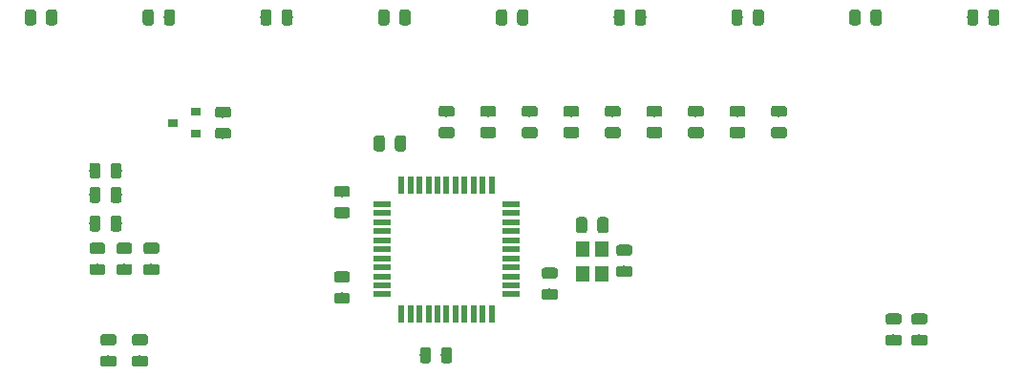
<source format=gbr>
G04 #@! TF.GenerationSoftware,KiCad,Pcbnew,(5.1.2)-2*
G04 #@! TF.CreationDate,2020-08-30T00:43:24-04:00*
G04 #@! TF.ProjectId,Scanner1,5363616e-6e65-4723-912e-6b696361645f,rev?*
G04 #@! TF.SameCoordinates,Original*
G04 #@! TF.FileFunction,Paste,Top*
G04 #@! TF.FilePolarity,Positive*
%FSLAX46Y46*%
G04 Gerber Fmt 4.6, Leading zero omitted, Abs format (unit mm)*
G04 Created by KiCad (PCBNEW (5.1.2)-2) date 2020-08-30 00:43:24*
%MOMM*%
%LPD*%
G04 APERTURE LIST*
%ADD10R,0.550000X1.500000*%
%ADD11R,1.500000X0.550000*%
%ADD12C,0.100000*%
%ADD13C,0.975000*%
%ADD14R,0.900000X0.800000*%
%ADD15R,1.200000X1.400000*%
G04 APERTURE END LIST*
D10*
X169228000Y-87864000D03*
X170028000Y-87864000D03*
X170828000Y-87864000D03*
X171628000Y-87864000D03*
X172428000Y-87864000D03*
X173228000Y-87864000D03*
X174028000Y-87864000D03*
X174828000Y-87864000D03*
X175628000Y-87864000D03*
X176428000Y-87864000D03*
X177228000Y-87864000D03*
D11*
X178928000Y-86164000D03*
X178928000Y-85364000D03*
X178928000Y-84564000D03*
X178928000Y-83764000D03*
X178928000Y-82964000D03*
X178928000Y-82164000D03*
X178928000Y-81364000D03*
X178928000Y-80564000D03*
X178928000Y-79764000D03*
X178928000Y-78964000D03*
X178928000Y-78164000D03*
D10*
X177228000Y-76464000D03*
X176428000Y-76464000D03*
X175628000Y-76464000D03*
X174828000Y-76464000D03*
X174028000Y-76464000D03*
X173228000Y-76464000D03*
X172428000Y-76464000D03*
X171628000Y-76464000D03*
X170828000Y-76464000D03*
X170028000Y-76464000D03*
X169228000Y-76464000D03*
D11*
X167528000Y-78164000D03*
X167528000Y-78964000D03*
X167528000Y-79764000D03*
X167528000Y-80564000D03*
X167528000Y-81364000D03*
X167528000Y-82164000D03*
X167528000Y-82964000D03*
X167528000Y-83764000D03*
X167528000Y-84564000D03*
X167528000Y-85364000D03*
X167528000Y-86164000D03*
D12*
G36*
X189456142Y-83636174D02*
G01*
X189479803Y-83639684D01*
X189503007Y-83645496D01*
X189525529Y-83653554D01*
X189547153Y-83663782D01*
X189567670Y-83676079D01*
X189586883Y-83690329D01*
X189604607Y-83706393D01*
X189620671Y-83724117D01*
X189634921Y-83743330D01*
X189647218Y-83763847D01*
X189657446Y-83785471D01*
X189665504Y-83807993D01*
X189671316Y-83831197D01*
X189674826Y-83854858D01*
X189676000Y-83878750D01*
X189676000Y-84366250D01*
X189674826Y-84390142D01*
X189671316Y-84413803D01*
X189665504Y-84437007D01*
X189657446Y-84459529D01*
X189647218Y-84481153D01*
X189634921Y-84501670D01*
X189620671Y-84520883D01*
X189604607Y-84538607D01*
X189586883Y-84554671D01*
X189567670Y-84568921D01*
X189547153Y-84581218D01*
X189525529Y-84591446D01*
X189503007Y-84599504D01*
X189479803Y-84605316D01*
X189456142Y-84608826D01*
X189432250Y-84610000D01*
X188519750Y-84610000D01*
X188495858Y-84608826D01*
X188472197Y-84605316D01*
X188448993Y-84599504D01*
X188426471Y-84591446D01*
X188404847Y-84581218D01*
X188384330Y-84568921D01*
X188365117Y-84554671D01*
X188347393Y-84538607D01*
X188331329Y-84520883D01*
X188317079Y-84501670D01*
X188304782Y-84481153D01*
X188294554Y-84459529D01*
X188286496Y-84437007D01*
X188280684Y-84413803D01*
X188277174Y-84390142D01*
X188276000Y-84366250D01*
X188276000Y-83878750D01*
X188277174Y-83854858D01*
X188280684Y-83831197D01*
X188286496Y-83807993D01*
X188294554Y-83785471D01*
X188304782Y-83763847D01*
X188317079Y-83743330D01*
X188331329Y-83724117D01*
X188347393Y-83706393D01*
X188365117Y-83690329D01*
X188384330Y-83676079D01*
X188404847Y-83663782D01*
X188426471Y-83653554D01*
X188448993Y-83645496D01*
X188472197Y-83639684D01*
X188495858Y-83636174D01*
X188519750Y-83635000D01*
X189432250Y-83635000D01*
X189456142Y-83636174D01*
X189456142Y-83636174D01*
G37*
D13*
X188976000Y-84122500D03*
D12*
G36*
X189456142Y-81761174D02*
G01*
X189479803Y-81764684D01*
X189503007Y-81770496D01*
X189525529Y-81778554D01*
X189547153Y-81788782D01*
X189567670Y-81801079D01*
X189586883Y-81815329D01*
X189604607Y-81831393D01*
X189620671Y-81849117D01*
X189634921Y-81868330D01*
X189647218Y-81888847D01*
X189657446Y-81910471D01*
X189665504Y-81932993D01*
X189671316Y-81956197D01*
X189674826Y-81979858D01*
X189676000Y-82003750D01*
X189676000Y-82491250D01*
X189674826Y-82515142D01*
X189671316Y-82538803D01*
X189665504Y-82562007D01*
X189657446Y-82584529D01*
X189647218Y-82606153D01*
X189634921Y-82626670D01*
X189620671Y-82645883D01*
X189604607Y-82663607D01*
X189586883Y-82679671D01*
X189567670Y-82693921D01*
X189547153Y-82706218D01*
X189525529Y-82716446D01*
X189503007Y-82724504D01*
X189479803Y-82730316D01*
X189456142Y-82733826D01*
X189432250Y-82735000D01*
X188519750Y-82735000D01*
X188495858Y-82733826D01*
X188472197Y-82730316D01*
X188448993Y-82724504D01*
X188426471Y-82716446D01*
X188404847Y-82706218D01*
X188384330Y-82693921D01*
X188365117Y-82679671D01*
X188347393Y-82663607D01*
X188331329Y-82645883D01*
X188317079Y-82626670D01*
X188304782Y-82606153D01*
X188294554Y-82584529D01*
X188286496Y-82562007D01*
X188280684Y-82538803D01*
X188277174Y-82515142D01*
X188276000Y-82491250D01*
X188276000Y-82003750D01*
X188277174Y-81979858D01*
X188280684Y-81956197D01*
X188286496Y-81932993D01*
X188294554Y-81910471D01*
X188304782Y-81888847D01*
X188317079Y-81868330D01*
X188331329Y-81849117D01*
X188347393Y-81831393D01*
X188365117Y-81815329D01*
X188384330Y-81801079D01*
X188404847Y-81788782D01*
X188426471Y-81778554D01*
X188448993Y-81770496D01*
X188472197Y-81764684D01*
X188495858Y-81761174D01*
X188519750Y-81760000D01*
X189432250Y-81760000D01*
X189456142Y-81761174D01*
X189456142Y-81761174D01*
G37*
D13*
X188976000Y-82247500D03*
D12*
G36*
X187348142Y-79311174D02*
G01*
X187371803Y-79314684D01*
X187395007Y-79320496D01*
X187417529Y-79328554D01*
X187439153Y-79338782D01*
X187459670Y-79351079D01*
X187478883Y-79365329D01*
X187496607Y-79381393D01*
X187512671Y-79399117D01*
X187526921Y-79418330D01*
X187539218Y-79438847D01*
X187549446Y-79460471D01*
X187557504Y-79482993D01*
X187563316Y-79506197D01*
X187566826Y-79529858D01*
X187568000Y-79553750D01*
X187568000Y-80466250D01*
X187566826Y-80490142D01*
X187563316Y-80513803D01*
X187557504Y-80537007D01*
X187549446Y-80559529D01*
X187539218Y-80581153D01*
X187526921Y-80601670D01*
X187512671Y-80620883D01*
X187496607Y-80638607D01*
X187478883Y-80654671D01*
X187459670Y-80668921D01*
X187439153Y-80681218D01*
X187417529Y-80691446D01*
X187395007Y-80699504D01*
X187371803Y-80705316D01*
X187348142Y-80708826D01*
X187324250Y-80710000D01*
X186836750Y-80710000D01*
X186812858Y-80708826D01*
X186789197Y-80705316D01*
X186765993Y-80699504D01*
X186743471Y-80691446D01*
X186721847Y-80681218D01*
X186701330Y-80668921D01*
X186682117Y-80654671D01*
X186664393Y-80638607D01*
X186648329Y-80620883D01*
X186634079Y-80601670D01*
X186621782Y-80581153D01*
X186611554Y-80559529D01*
X186603496Y-80537007D01*
X186597684Y-80513803D01*
X186594174Y-80490142D01*
X186593000Y-80466250D01*
X186593000Y-79553750D01*
X186594174Y-79529858D01*
X186597684Y-79506197D01*
X186603496Y-79482993D01*
X186611554Y-79460471D01*
X186621782Y-79438847D01*
X186634079Y-79418330D01*
X186648329Y-79399117D01*
X186664393Y-79381393D01*
X186682117Y-79365329D01*
X186701330Y-79351079D01*
X186721847Y-79338782D01*
X186743471Y-79328554D01*
X186765993Y-79320496D01*
X186789197Y-79314684D01*
X186812858Y-79311174D01*
X186836750Y-79310000D01*
X187324250Y-79310000D01*
X187348142Y-79311174D01*
X187348142Y-79311174D01*
G37*
D13*
X187080500Y-80010000D03*
D12*
G36*
X185473142Y-79311174D02*
G01*
X185496803Y-79314684D01*
X185520007Y-79320496D01*
X185542529Y-79328554D01*
X185564153Y-79338782D01*
X185584670Y-79351079D01*
X185603883Y-79365329D01*
X185621607Y-79381393D01*
X185637671Y-79399117D01*
X185651921Y-79418330D01*
X185664218Y-79438847D01*
X185674446Y-79460471D01*
X185682504Y-79482993D01*
X185688316Y-79506197D01*
X185691826Y-79529858D01*
X185693000Y-79553750D01*
X185693000Y-80466250D01*
X185691826Y-80490142D01*
X185688316Y-80513803D01*
X185682504Y-80537007D01*
X185674446Y-80559529D01*
X185664218Y-80581153D01*
X185651921Y-80601670D01*
X185637671Y-80620883D01*
X185621607Y-80638607D01*
X185603883Y-80654671D01*
X185584670Y-80668921D01*
X185564153Y-80681218D01*
X185542529Y-80691446D01*
X185520007Y-80699504D01*
X185496803Y-80705316D01*
X185473142Y-80708826D01*
X185449250Y-80710000D01*
X184961750Y-80710000D01*
X184937858Y-80708826D01*
X184914197Y-80705316D01*
X184890993Y-80699504D01*
X184868471Y-80691446D01*
X184846847Y-80681218D01*
X184826330Y-80668921D01*
X184807117Y-80654671D01*
X184789393Y-80638607D01*
X184773329Y-80620883D01*
X184759079Y-80601670D01*
X184746782Y-80581153D01*
X184736554Y-80559529D01*
X184728496Y-80537007D01*
X184722684Y-80513803D01*
X184719174Y-80490142D01*
X184718000Y-80466250D01*
X184718000Y-79553750D01*
X184719174Y-79529858D01*
X184722684Y-79506197D01*
X184728496Y-79482993D01*
X184736554Y-79460471D01*
X184746782Y-79438847D01*
X184759079Y-79418330D01*
X184773329Y-79399117D01*
X184789393Y-79381393D01*
X184807117Y-79365329D01*
X184826330Y-79351079D01*
X184846847Y-79338782D01*
X184868471Y-79328554D01*
X184890993Y-79320496D01*
X184914197Y-79314684D01*
X184937858Y-79311174D01*
X184961750Y-79310000D01*
X185449250Y-79310000D01*
X185473142Y-79311174D01*
X185473142Y-79311174D01*
G37*
D13*
X185205500Y-80010000D03*
D12*
G36*
X142752142Y-83460674D02*
G01*
X142775803Y-83464184D01*
X142799007Y-83469996D01*
X142821529Y-83478054D01*
X142843153Y-83488282D01*
X142863670Y-83500579D01*
X142882883Y-83514829D01*
X142900607Y-83530893D01*
X142916671Y-83548617D01*
X142930921Y-83567830D01*
X142943218Y-83588347D01*
X142953446Y-83609971D01*
X142961504Y-83632493D01*
X142967316Y-83655697D01*
X142970826Y-83679358D01*
X142972000Y-83703250D01*
X142972000Y-84190750D01*
X142970826Y-84214642D01*
X142967316Y-84238303D01*
X142961504Y-84261507D01*
X142953446Y-84284029D01*
X142943218Y-84305653D01*
X142930921Y-84326170D01*
X142916671Y-84345383D01*
X142900607Y-84363107D01*
X142882883Y-84379171D01*
X142863670Y-84393421D01*
X142843153Y-84405718D01*
X142821529Y-84415946D01*
X142799007Y-84424004D01*
X142775803Y-84429816D01*
X142752142Y-84433326D01*
X142728250Y-84434500D01*
X141815750Y-84434500D01*
X141791858Y-84433326D01*
X141768197Y-84429816D01*
X141744993Y-84424004D01*
X141722471Y-84415946D01*
X141700847Y-84405718D01*
X141680330Y-84393421D01*
X141661117Y-84379171D01*
X141643393Y-84363107D01*
X141627329Y-84345383D01*
X141613079Y-84326170D01*
X141600782Y-84305653D01*
X141590554Y-84284029D01*
X141582496Y-84261507D01*
X141576684Y-84238303D01*
X141573174Y-84214642D01*
X141572000Y-84190750D01*
X141572000Y-83703250D01*
X141573174Y-83679358D01*
X141576684Y-83655697D01*
X141582496Y-83632493D01*
X141590554Y-83609971D01*
X141600782Y-83588347D01*
X141613079Y-83567830D01*
X141627329Y-83548617D01*
X141643393Y-83530893D01*
X141661117Y-83514829D01*
X141680330Y-83500579D01*
X141700847Y-83488282D01*
X141722471Y-83478054D01*
X141744993Y-83469996D01*
X141768197Y-83464184D01*
X141791858Y-83460674D01*
X141815750Y-83459500D01*
X142728250Y-83459500D01*
X142752142Y-83460674D01*
X142752142Y-83460674D01*
G37*
D13*
X142272000Y-83947000D03*
D12*
G36*
X142752142Y-81585674D02*
G01*
X142775803Y-81589184D01*
X142799007Y-81594996D01*
X142821529Y-81603054D01*
X142843153Y-81613282D01*
X142863670Y-81625579D01*
X142882883Y-81639829D01*
X142900607Y-81655893D01*
X142916671Y-81673617D01*
X142930921Y-81692830D01*
X142943218Y-81713347D01*
X142953446Y-81734971D01*
X142961504Y-81757493D01*
X142967316Y-81780697D01*
X142970826Y-81804358D01*
X142972000Y-81828250D01*
X142972000Y-82315750D01*
X142970826Y-82339642D01*
X142967316Y-82363303D01*
X142961504Y-82386507D01*
X142953446Y-82409029D01*
X142943218Y-82430653D01*
X142930921Y-82451170D01*
X142916671Y-82470383D01*
X142900607Y-82488107D01*
X142882883Y-82504171D01*
X142863670Y-82518421D01*
X142843153Y-82530718D01*
X142821529Y-82540946D01*
X142799007Y-82549004D01*
X142775803Y-82554816D01*
X142752142Y-82558326D01*
X142728250Y-82559500D01*
X141815750Y-82559500D01*
X141791858Y-82558326D01*
X141768197Y-82554816D01*
X141744993Y-82549004D01*
X141722471Y-82540946D01*
X141700847Y-82530718D01*
X141680330Y-82518421D01*
X141661117Y-82504171D01*
X141643393Y-82488107D01*
X141627329Y-82470383D01*
X141613079Y-82451170D01*
X141600782Y-82430653D01*
X141590554Y-82409029D01*
X141582496Y-82386507D01*
X141576684Y-82363303D01*
X141573174Y-82339642D01*
X141572000Y-82315750D01*
X141572000Y-81828250D01*
X141573174Y-81804358D01*
X141576684Y-81780697D01*
X141582496Y-81757493D01*
X141590554Y-81734971D01*
X141600782Y-81713347D01*
X141613079Y-81692830D01*
X141627329Y-81673617D01*
X141643393Y-81655893D01*
X141661117Y-81639829D01*
X141680330Y-81625579D01*
X141700847Y-81613282D01*
X141722471Y-81603054D01*
X141744993Y-81594996D01*
X141768197Y-81589184D01*
X141791858Y-81585674D01*
X141815750Y-81584500D01*
X142728250Y-81584500D01*
X142752142Y-81585674D01*
X142752142Y-81585674D01*
G37*
D13*
X142272000Y-82072000D03*
D12*
G36*
X147546142Y-81585674D02*
G01*
X147569803Y-81589184D01*
X147593007Y-81594996D01*
X147615529Y-81603054D01*
X147637153Y-81613282D01*
X147657670Y-81625579D01*
X147676883Y-81639829D01*
X147694607Y-81655893D01*
X147710671Y-81673617D01*
X147724921Y-81692830D01*
X147737218Y-81713347D01*
X147747446Y-81734971D01*
X147755504Y-81757493D01*
X147761316Y-81780697D01*
X147764826Y-81804358D01*
X147766000Y-81828250D01*
X147766000Y-82315750D01*
X147764826Y-82339642D01*
X147761316Y-82363303D01*
X147755504Y-82386507D01*
X147747446Y-82409029D01*
X147737218Y-82430653D01*
X147724921Y-82451170D01*
X147710671Y-82470383D01*
X147694607Y-82488107D01*
X147676883Y-82504171D01*
X147657670Y-82518421D01*
X147637153Y-82530718D01*
X147615529Y-82540946D01*
X147593007Y-82549004D01*
X147569803Y-82554816D01*
X147546142Y-82558326D01*
X147522250Y-82559500D01*
X146609750Y-82559500D01*
X146585858Y-82558326D01*
X146562197Y-82554816D01*
X146538993Y-82549004D01*
X146516471Y-82540946D01*
X146494847Y-82530718D01*
X146474330Y-82518421D01*
X146455117Y-82504171D01*
X146437393Y-82488107D01*
X146421329Y-82470383D01*
X146407079Y-82451170D01*
X146394782Y-82430653D01*
X146384554Y-82409029D01*
X146376496Y-82386507D01*
X146370684Y-82363303D01*
X146367174Y-82339642D01*
X146366000Y-82315750D01*
X146366000Y-81828250D01*
X146367174Y-81804358D01*
X146370684Y-81780697D01*
X146376496Y-81757493D01*
X146384554Y-81734971D01*
X146394782Y-81713347D01*
X146407079Y-81692830D01*
X146421329Y-81673617D01*
X146437393Y-81655893D01*
X146455117Y-81639829D01*
X146474330Y-81625579D01*
X146494847Y-81613282D01*
X146516471Y-81603054D01*
X146538993Y-81594996D01*
X146562197Y-81589184D01*
X146585858Y-81585674D01*
X146609750Y-81584500D01*
X147522250Y-81584500D01*
X147546142Y-81585674D01*
X147546142Y-81585674D01*
G37*
D13*
X147066000Y-82072000D03*
D12*
G36*
X147546142Y-83460674D02*
G01*
X147569803Y-83464184D01*
X147593007Y-83469996D01*
X147615529Y-83478054D01*
X147637153Y-83488282D01*
X147657670Y-83500579D01*
X147676883Y-83514829D01*
X147694607Y-83530893D01*
X147710671Y-83548617D01*
X147724921Y-83567830D01*
X147737218Y-83588347D01*
X147747446Y-83609971D01*
X147755504Y-83632493D01*
X147761316Y-83655697D01*
X147764826Y-83679358D01*
X147766000Y-83703250D01*
X147766000Y-84190750D01*
X147764826Y-84214642D01*
X147761316Y-84238303D01*
X147755504Y-84261507D01*
X147747446Y-84284029D01*
X147737218Y-84305653D01*
X147724921Y-84326170D01*
X147710671Y-84345383D01*
X147694607Y-84363107D01*
X147676883Y-84379171D01*
X147657670Y-84393421D01*
X147637153Y-84405718D01*
X147615529Y-84415946D01*
X147593007Y-84424004D01*
X147569803Y-84429816D01*
X147546142Y-84433326D01*
X147522250Y-84434500D01*
X146609750Y-84434500D01*
X146585858Y-84433326D01*
X146562197Y-84429816D01*
X146538993Y-84424004D01*
X146516471Y-84415946D01*
X146494847Y-84405718D01*
X146474330Y-84393421D01*
X146455117Y-84379171D01*
X146437393Y-84363107D01*
X146421329Y-84345383D01*
X146407079Y-84326170D01*
X146394782Y-84305653D01*
X146384554Y-84284029D01*
X146376496Y-84261507D01*
X146370684Y-84238303D01*
X146367174Y-84214642D01*
X146366000Y-84190750D01*
X146366000Y-83703250D01*
X146367174Y-83679358D01*
X146370684Y-83655697D01*
X146376496Y-83632493D01*
X146384554Y-83609971D01*
X146394782Y-83588347D01*
X146407079Y-83567830D01*
X146421329Y-83548617D01*
X146437393Y-83530893D01*
X146455117Y-83514829D01*
X146474330Y-83500579D01*
X146494847Y-83488282D01*
X146516471Y-83478054D01*
X146538993Y-83469996D01*
X146562197Y-83464184D01*
X146585858Y-83460674D01*
X146609750Y-83459500D01*
X147522250Y-83459500D01*
X147546142Y-83460674D01*
X147546142Y-83460674D01*
G37*
D13*
X147066000Y-83947000D03*
D12*
G36*
X164437142Y-86000674D02*
G01*
X164460803Y-86004184D01*
X164484007Y-86009996D01*
X164506529Y-86018054D01*
X164528153Y-86028282D01*
X164548670Y-86040579D01*
X164567883Y-86054829D01*
X164585607Y-86070893D01*
X164601671Y-86088617D01*
X164615921Y-86107830D01*
X164628218Y-86128347D01*
X164638446Y-86149971D01*
X164646504Y-86172493D01*
X164652316Y-86195697D01*
X164655826Y-86219358D01*
X164657000Y-86243250D01*
X164657000Y-86730750D01*
X164655826Y-86754642D01*
X164652316Y-86778303D01*
X164646504Y-86801507D01*
X164638446Y-86824029D01*
X164628218Y-86845653D01*
X164615921Y-86866170D01*
X164601671Y-86885383D01*
X164585607Y-86903107D01*
X164567883Y-86919171D01*
X164548670Y-86933421D01*
X164528153Y-86945718D01*
X164506529Y-86955946D01*
X164484007Y-86964004D01*
X164460803Y-86969816D01*
X164437142Y-86973326D01*
X164413250Y-86974500D01*
X163500750Y-86974500D01*
X163476858Y-86973326D01*
X163453197Y-86969816D01*
X163429993Y-86964004D01*
X163407471Y-86955946D01*
X163385847Y-86945718D01*
X163365330Y-86933421D01*
X163346117Y-86919171D01*
X163328393Y-86903107D01*
X163312329Y-86885383D01*
X163298079Y-86866170D01*
X163285782Y-86845653D01*
X163275554Y-86824029D01*
X163267496Y-86801507D01*
X163261684Y-86778303D01*
X163258174Y-86754642D01*
X163257000Y-86730750D01*
X163257000Y-86243250D01*
X163258174Y-86219358D01*
X163261684Y-86195697D01*
X163267496Y-86172493D01*
X163275554Y-86149971D01*
X163285782Y-86128347D01*
X163298079Y-86107830D01*
X163312329Y-86088617D01*
X163328393Y-86070893D01*
X163346117Y-86054829D01*
X163365330Y-86040579D01*
X163385847Y-86028282D01*
X163407471Y-86018054D01*
X163429993Y-86009996D01*
X163453197Y-86004184D01*
X163476858Y-86000674D01*
X163500750Y-85999500D01*
X164413250Y-85999500D01*
X164437142Y-86000674D01*
X164437142Y-86000674D01*
G37*
D13*
X163957000Y-86487000D03*
D12*
G36*
X164437142Y-84125674D02*
G01*
X164460803Y-84129184D01*
X164484007Y-84134996D01*
X164506529Y-84143054D01*
X164528153Y-84153282D01*
X164548670Y-84165579D01*
X164567883Y-84179829D01*
X164585607Y-84195893D01*
X164601671Y-84213617D01*
X164615921Y-84232830D01*
X164628218Y-84253347D01*
X164638446Y-84274971D01*
X164646504Y-84297493D01*
X164652316Y-84320697D01*
X164655826Y-84344358D01*
X164657000Y-84368250D01*
X164657000Y-84855750D01*
X164655826Y-84879642D01*
X164652316Y-84903303D01*
X164646504Y-84926507D01*
X164638446Y-84949029D01*
X164628218Y-84970653D01*
X164615921Y-84991170D01*
X164601671Y-85010383D01*
X164585607Y-85028107D01*
X164567883Y-85044171D01*
X164548670Y-85058421D01*
X164528153Y-85070718D01*
X164506529Y-85080946D01*
X164484007Y-85089004D01*
X164460803Y-85094816D01*
X164437142Y-85098326D01*
X164413250Y-85099500D01*
X163500750Y-85099500D01*
X163476858Y-85098326D01*
X163453197Y-85094816D01*
X163429993Y-85089004D01*
X163407471Y-85080946D01*
X163385847Y-85070718D01*
X163365330Y-85058421D01*
X163346117Y-85044171D01*
X163328393Y-85028107D01*
X163312329Y-85010383D01*
X163298079Y-84991170D01*
X163285782Y-84970653D01*
X163275554Y-84949029D01*
X163267496Y-84926507D01*
X163261684Y-84903303D01*
X163258174Y-84879642D01*
X163257000Y-84855750D01*
X163257000Y-84368250D01*
X163258174Y-84344358D01*
X163261684Y-84320697D01*
X163267496Y-84297493D01*
X163275554Y-84274971D01*
X163285782Y-84253347D01*
X163298079Y-84232830D01*
X163312329Y-84213617D01*
X163328393Y-84195893D01*
X163346117Y-84179829D01*
X163365330Y-84165579D01*
X163385847Y-84153282D01*
X163407471Y-84143054D01*
X163429993Y-84134996D01*
X163453197Y-84129184D01*
X163476858Y-84125674D01*
X163500750Y-84124500D01*
X164413250Y-84124500D01*
X164437142Y-84125674D01*
X164437142Y-84125674D01*
G37*
D13*
X163957000Y-84612000D03*
D12*
G36*
X182852142Y-83793174D02*
G01*
X182875803Y-83796684D01*
X182899007Y-83802496D01*
X182921529Y-83810554D01*
X182943153Y-83820782D01*
X182963670Y-83833079D01*
X182982883Y-83847329D01*
X183000607Y-83863393D01*
X183016671Y-83881117D01*
X183030921Y-83900330D01*
X183043218Y-83920847D01*
X183053446Y-83942471D01*
X183061504Y-83964993D01*
X183067316Y-83988197D01*
X183070826Y-84011858D01*
X183072000Y-84035750D01*
X183072000Y-84523250D01*
X183070826Y-84547142D01*
X183067316Y-84570803D01*
X183061504Y-84594007D01*
X183053446Y-84616529D01*
X183043218Y-84638153D01*
X183030921Y-84658670D01*
X183016671Y-84677883D01*
X183000607Y-84695607D01*
X182982883Y-84711671D01*
X182963670Y-84725921D01*
X182943153Y-84738218D01*
X182921529Y-84748446D01*
X182899007Y-84756504D01*
X182875803Y-84762316D01*
X182852142Y-84765826D01*
X182828250Y-84767000D01*
X181915750Y-84767000D01*
X181891858Y-84765826D01*
X181868197Y-84762316D01*
X181844993Y-84756504D01*
X181822471Y-84748446D01*
X181800847Y-84738218D01*
X181780330Y-84725921D01*
X181761117Y-84711671D01*
X181743393Y-84695607D01*
X181727329Y-84677883D01*
X181713079Y-84658670D01*
X181700782Y-84638153D01*
X181690554Y-84616529D01*
X181682496Y-84594007D01*
X181676684Y-84570803D01*
X181673174Y-84547142D01*
X181672000Y-84523250D01*
X181672000Y-84035750D01*
X181673174Y-84011858D01*
X181676684Y-83988197D01*
X181682496Y-83964993D01*
X181690554Y-83942471D01*
X181700782Y-83920847D01*
X181713079Y-83900330D01*
X181727329Y-83881117D01*
X181743393Y-83863393D01*
X181761117Y-83847329D01*
X181780330Y-83833079D01*
X181800847Y-83820782D01*
X181822471Y-83810554D01*
X181844993Y-83802496D01*
X181868197Y-83796684D01*
X181891858Y-83793174D01*
X181915750Y-83792000D01*
X182828250Y-83792000D01*
X182852142Y-83793174D01*
X182852142Y-83793174D01*
G37*
D13*
X182372000Y-84279500D03*
D12*
G36*
X182852142Y-85668174D02*
G01*
X182875803Y-85671684D01*
X182899007Y-85677496D01*
X182921529Y-85685554D01*
X182943153Y-85695782D01*
X182963670Y-85708079D01*
X182982883Y-85722329D01*
X183000607Y-85738393D01*
X183016671Y-85756117D01*
X183030921Y-85775330D01*
X183043218Y-85795847D01*
X183053446Y-85817471D01*
X183061504Y-85839993D01*
X183067316Y-85863197D01*
X183070826Y-85886858D01*
X183072000Y-85910750D01*
X183072000Y-86398250D01*
X183070826Y-86422142D01*
X183067316Y-86445803D01*
X183061504Y-86469007D01*
X183053446Y-86491529D01*
X183043218Y-86513153D01*
X183030921Y-86533670D01*
X183016671Y-86552883D01*
X183000607Y-86570607D01*
X182982883Y-86586671D01*
X182963670Y-86600921D01*
X182943153Y-86613218D01*
X182921529Y-86623446D01*
X182899007Y-86631504D01*
X182875803Y-86637316D01*
X182852142Y-86640826D01*
X182828250Y-86642000D01*
X181915750Y-86642000D01*
X181891858Y-86640826D01*
X181868197Y-86637316D01*
X181844993Y-86631504D01*
X181822471Y-86623446D01*
X181800847Y-86613218D01*
X181780330Y-86600921D01*
X181761117Y-86586671D01*
X181743393Y-86570607D01*
X181727329Y-86552883D01*
X181713079Y-86533670D01*
X181700782Y-86513153D01*
X181690554Y-86491529D01*
X181682496Y-86469007D01*
X181676684Y-86445803D01*
X181673174Y-86422142D01*
X181672000Y-86398250D01*
X181672000Y-85910750D01*
X181673174Y-85886858D01*
X181676684Y-85863197D01*
X181682496Y-85839993D01*
X181690554Y-85817471D01*
X181700782Y-85795847D01*
X181713079Y-85775330D01*
X181727329Y-85756117D01*
X181743393Y-85738393D01*
X181761117Y-85722329D01*
X181780330Y-85708079D01*
X181800847Y-85695782D01*
X181822471Y-85685554D01*
X181844993Y-85677496D01*
X181868197Y-85671684D01*
X181891858Y-85668174D01*
X181915750Y-85667000D01*
X182828250Y-85667000D01*
X182852142Y-85668174D01*
X182852142Y-85668174D01*
G37*
D13*
X182372000Y-86154500D03*
D12*
G36*
X173495642Y-90868174D02*
G01*
X173519303Y-90871684D01*
X173542507Y-90877496D01*
X173565029Y-90885554D01*
X173586653Y-90895782D01*
X173607170Y-90908079D01*
X173626383Y-90922329D01*
X173644107Y-90938393D01*
X173660171Y-90956117D01*
X173674421Y-90975330D01*
X173686718Y-90995847D01*
X173696946Y-91017471D01*
X173705004Y-91039993D01*
X173710816Y-91063197D01*
X173714326Y-91086858D01*
X173715500Y-91110750D01*
X173715500Y-92023250D01*
X173714326Y-92047142D01*
X173710816Y-92070803D01*
X173705004Y-92094007D01*
X173696946Y-92116529D01*
X173686718Y-92138153D01*
X173674421Y-92158670D01*
X173660171Y-92177883D01*
X173644107Y-92195607D01*
X173626383Y-92211671D01*
X173607170Y-92225921D01*
X173586653Y-92238218D01*
X173565029Y-92248446D01*
X173542507Y-92256504D01*
X173519303Y-92262316D01*
X173495642Y-92265826D01*
X173471750Y-92267000D01*
X172984250Y-92267000D01*
X172960358Y-92265826D01*
X172936697Y-92262316D01*
X172913493Y-92256504D01*
X172890971Y-92248446D01*
X172869347Y-92238218D01*
X172848830Y-92225921D01*
X172829617Y-92211671D01*
X172811893Y-92195607D01*
X172795829Y-92177883D01*
X172781579Y-92158670D01*
X172769282Y-92138153D01*
X172759054Y-92116529D01*
X172750996Y-92094007D01*
X172745184Y-92070803D01*
X172741674Y-92047142D01*
X172740500Y-92023250D01*
X172740500Y-91110750D01*
X172741674Y-91086858D01*
X172745184Y-91063197D01*
X172750996Y-91039993D01*
X172759054Y-91017471D01*
X172769282Y-90995847D01*
X172781579Y-90975330D01*
X172795829Y-90956117D01*
X172811893Y-90938393D01*
X172829617Y-90922329D01*
X172848830Y-90908079D01*
X172869347Y-90895782D01*
X172890971Y-90885554D01*
X172913493Y-90877496D01*
X172936697Y-90871684D01*
X172960358Y-90868174D01*
X172984250Y-90867000D01*
X173471750Y-90867000D01*
X173495642Y-90868174D01*
X173495642Y-90868174D01*
G37*
D13*
X173228000Y-91567000D03*
D12*
G36*
X171620642Y-90868174D02*
G01*
X171644303Y-90871684D01*
X171667507Y-90877496D01*
X171690029Y-90885554D01*
X171711653Y-90895782D01*
X171732170Y-90908079D01*
X171751383Y-90922329D01*
X171769107Y-90938393D01*
X171785171Y-90956117D01*
X171799421Y-90975330D01*
X171811718Y-90995847D01*
X171821946Y-91017471D01*
X171830004Y-91039993D01*
X171835816Y-91063197D01*
X171839326Y-91086858D01*
X171840500Y-91110750D01*
X171840500Y-92023250D01*
X171839326Y-92047142D01*
X171835816Y-92070803D01*
X171830004Y-92094007D01*
X171821946Y-92116529D01*
X171811718Y-92138153D01*
X171799421Y-92158670D01*
X171785171Y-92177883D01*
X171769107Y-92195607D01*
X171751383Y-92211671D01*
X171732170Y-92225921D01*
X171711653Y-92238218D01*
X171690029Y-92248446D01*
X171667507Y-92256504D01*
X171644303Y-92262316D01*
X171620642Y-92265826D01*
X171596750Y-92267000D01*
X171109250Y-92267000D01*
X171085358Y-92265826D01*
X171061697Y-92262316D01*
X171038493Y-92256504D01*
X171015971Y-92248446D01*
X170994347Y-92238218D01*
X170973830Y-92225921D01*
X170954617Y-92211671D01*
X170936893Y-92195607D01*
X170920829Y-92177883D01*
X170906579Y-92158670D01*
X170894282Y-92138153D01*
X170884054Y-92116529D01*
X170875996Y-92094007D01*
X170870184Y-92070803D01*
X170866674Y-92047142D01*
X170865500Y-92023250D01*
X170865500Y-91110750D01*
X170866674Y-91086858D01*
X170870184Y-91063197D01*
X170875996Y-91039993D01*
X170884054Y-91017471D01*
X170894282Y-90995847D01*
X170906579Y-90975330D01*
X170920829Y-90956117D01*
X170936893Y-90938393D01*
X170954617Y-90922329D01*
X170973830Y-90908079D01*
X170994347Y-90895782D01*
X171015971Y-90885554D01*
X171038493Y-90877496D01*
X171061697Y-90871684D01*
X171085358Y-90868174D01*
X171109250Y-90867000D01*
X171596750Y-90867000D01*
X171620642Y-90868174D01*
X171620642Y-90868174D01*
G37*
D13*
X171353000Y-91567000D03*
D12*
G36*
X164437142Y-76554174D02*
G01*
X164460803Y-76557684D01*
X164484007Y-76563496D01*
X164506529Y-76571554D01*
X164528153Y-76581782D01*
X164548670Y-76594079D01*
X164567883Y-76608329D01*
X164585607Y-76624393D01*
X164601671Y-76642117D01*
X164615921Y-76661330D01*
X164628218Y-76681847D01*
X164638446Y-76703471D01*
X164646504Y-76725993D01*
X164652316Y-76749197D01*
X164655826Y-76772858D01*
X164657000Y-76796750D01*
X164657000Y-77284250D01*
X164655826Y-77308142D01*
X164652316Y-77331803D01*
X164646504Y-77355007D01*
X164638446Y-77377529D01*
X164628218Y-77399153D01*
X164615921Y-77419670D01*
X164601671Y-77438883D01*
X164585607Y-77456607D01*
X164567883Y-77472671D01*
X164548670Y-77486921D01*
X164528153Y-77499218D01*
X164506529Y-77509446D01*
X164484007Y-77517504D01*
X164460803Y-77523316D01*
X164437142Y-77526826D01*
X164413250Y-77528000D01*
X163500750Y-77528000D01*
X163476858Y-77526826D01*
X163453197Y-77523316D01*
X163429993Y-77517504D01*
X163407471Y-77509446D01*
X163385847Y-77499218D01*
X163365330Y-77486921D01*
X163346117Y-77472671D01*
X163328393Y-77456607D01*
X163312329Y-77438883D01*
X163298079Y-77419670D01*
X163285782Y-77399153D01*
X163275554Y-77377529D01*
X163267496Y-77355007D01*
X163261684Y-77331803D01*
X163258174Y-77308142D01*
X163257000Y-77284250D01*
X163257000Y-76796750D01*
X163258174Y-76772858D01*
X163261684Y-76749197D01*
X163267496Y-76725993D01*
X163275554Y-76703471D01*
X163285782Y-76681847D01*
X163298079Y-76661330D01*
X163312329Y-76642117D01*
X163328393Y-76624393D01*
X163346117Y-76608329D01*
X163365330Y-76594079D01*
X163385847Y-76581782D01*
X163407471Y-76571554D01*
X163429993Y-76563496D01*
X163453197Y-76557684D01*
X163476858Y-76554174D01*
X163500750Y-76553000D01*
X164413250Y-76553000D01*
X164437142Y-76554174D01*
X164437142Y-76554174D01*
G37*
D13*
X163957000Y-77040500D03*
D12*
G36*
X164437142Y-78429174D02*
G01*
X164460803Y-78432684D01*
X164484007Y-78438496D01*
X164506529Y-78446554D01*
X164528153Y-78456782D01*
X164548670Y-78469079D01*
X164567883Y-78483329D01*
X164585607Y-78499393D01*
X164601671Y-78517117D01*
X164615921Y-78536330D01*
X164628218Y-78556847D01*
X164638446Y-78578471D01*
X164646504Y-78600993D01*
X164652316Y-78624197D01*
X164655826Y-78647858D01*
X164657000Y-78671750D01*
X164657000Y-79159250D01*
X164655826Y-79183142D01*
X164652316Y-79206803D01*
X164646504Y-79230007D01*
X164638446Y-79252529D01*
X164628218Y-79274153D01*
X164615921Y-79294670D01*
X164601671Y-79313883D01*
X164585607Y-79331607D01*
X164567883Y-79347671D01*
X164548670Y-79361921D01*
X164528153Y-79374218D01*
X164506529Y-79384446D01*
X164484007Y-79392504D01*
X164460803Y-79398316D01*
X164437142Y-79401826D01*
X164413250Y-79403000D01*
X163500750Y-79403000D01*
X163476858Y-79401826D01*
X163453197Y-79398316D01*
X163429993Y-79392504D01*
X163407471Y-79384446D01*
X163385847Y-79374218D01*
X163365330Y-79361921D01*
X163346117Y-79347671D01*
X163328393Y-79331607D01*
X163312329Y-79313883D01*
X163298079Y-79294670D01*
X163285782Y-79274153D01*
X163275554Y-79252529D01*
X163267496Y-79230007D01*
X163261684Y-79206803D01*
X163258174Y-79183142D01*
X163257000Y-79159250D01*
X163257000Y-78671750D01*
X163258174Y-78647858D01*
X163261684Y-78624197D01*
X163267496Y-78600993D01*
X163275554Y-78578471D01*
X163285782Y-78556847D01*
X163298079Y-78536330D01*
X163312329Y-78517117D01*
X163328393Y-78499393D01*
X163346117Y-78483329D01*
X163365330Y-78469079D01*
X163385847Y-78456782D01*
X163407471Y-78446554D01*
X163429993Y-78438496D01*
X163453197Y-78432684D01*
X163476858Y-78429174D01*
X163500750Y-78428000D01*
X164413250Y-78428000D01*
X164437142Y-78429174D01*
X164437142Y-78429174D01*
G37*
D13*
X163957000Y-78915500D03*
D12*
G36*
X222009642Y-60896174D02*
G01*
X222033303Y-60899684D01*
X222056507Y-60905496D01*
X222079029Y-60913554D01*
X222100653Y-60923782D01*
X222121170Y-60936079D01*
X222140383Y-60950329D01*
X222158107Y-60966393D01*
X222174171Y-60984117D01*
X222188421Y-61003330D01*
X222200718Y-61023847D01*
X222210946Y-61045471D01*
X222219004Y-61067993D01*
X222224816Y-61091197D01*
X222228326Y-61114858D01*
X222229500Y-61138750D01*
X222229500Y-62051250D01*
X222228326Y-62075142D01*
X222224816Y-62098803D01*
X222219004Y-62122007D01*
X222210946Y-62144529D01*
X222200718Y-62166153D01*
X222188421Y-62186670D01*
X222174171Y-62205883D01*
X222158107Y-62223607D01*
X222140383Y-62239671D01*
X222121170Y-62253921D01*
X222100653Y-62266218D01*
X222079029Y-62276446D01*
X222056507Y-62284504D01*
X222033303Y-62290316D01*
X222009642Y-62293826D01*
X221985750Y-62295000D01*
X221498250Y-62295000D01*
X221474358Y-62293826D01*
X221450697Y-62290316D01*
X221427493Y-62284504D01*
X221404971Y-62276446D01*
X221383347Y-62266218D01*
X221362830Y-62253921D01*
X221343617Y-62239671D01*
X221325893Y-62223607D01*
X221309829Y-62205883D01*
X221295579Y-62186670D01*
X221283282Y-62166153D01*
X221273054Y-62144529D01*
X221264996Y-62122007D01*
X221259184Y-62098803D01*
X221255674Y-62075142D01*
X221254500Y-62051250D01*
X221254500Y-61138750D01*
X221255674Y-61114858D01*
X221259184Y-61091197D01*
X221264996Y-61067993D01*
X221273054Y-61045471D01*
X221283282Y-61023847D01*
X221295579Y-61003330D01*
X221309829Y-60984117D01*
X221325893Y-60966393D01*
X221343617Y-60950329D01*
X221362830Y-60936079D01*
X221383347Y-60923782D01*
X221404971Y-60913554D01*
X221427493Y-60905496D01*
X221450697Y-60899684D01*
X221474358Y-60896174D01*
X221498250Y-60895000D01*
X221985750Y-60895000D01*
X222009642Y-60896174D01*
X222009642Y-60896174D01*
G37*
D13*
X221742000Y-61595000D03*
D12*
G36*
X220134642Y-60896174D02*
G01*
X220158303Y-60899684D01*
X220181507Y-60905496D01*
X220204029Y-60913554D01*
X220225653Y-60923782D01*
X220246170Y-60936079D01*
X220265383Y-60950329D01*
X220283107Y-60966393D01*
X220299171Y-60984117D01*
X220313421Y-61003330D01*
X220325718Y-61023847D01*
X220335946Y-61045471D01*
X220344004Y-61067993D01*
X220349816Y-61091197D01*
X220353326Y-61114858D01*
X220354500Y-61138750D01*
X220354500Y-62051250D01*
X220353326Y-62075142D01*
X220349816Y-62098803D01*
X220344004Y-62122007D01*
X220335946Y-62144529D01*
X220325718Y-62166153D01*
X220313421Y-62186670D01*
X220299171Y-62205883D01*
X220283107Y-62223607D01*
X220265383Y-62239671D01*
X220246170Y-62253921D01*
X220225653Y-62266218D01*
X220204029Y-62276446D01*
X220181507Y-62284504D01*
X220158303Y-62290316D01*
X220134642Y-62293826D01*
X220110750Y-62295000D01*
X219623250Y-62295000D01*
X219599358Y-62293826D01*
X219575697Y-62290316D01*
X219552493Y-62284504D01*
X219529971Y-62276446D01*
X219508347Y-62266218D01*
X219487830Y-62253921D01*
X219468617Y-62239671D01*
X219450893Y-62223607D01*
X219434829Y-62205883D01*
X219420579Y-62186670D01*
X219408282Y-62166153D01*
X219398054Y-62144529D01*
X219389996Y-62122007D01*
X219384184Y-62098803D01*
X219380674Y-62075142D01*
X219379500Y-62051250D01*
X219379500Y-61138750D01*
X219380674Y-61114858D01*
X219384184Y-61091197D01*
X219389996Y-61067993D01*
X219398054Y-61045471D01*
X219408282Y-61023847D01*
X219420579Y-61003330D01*
X219434829Y-60984117D01*
X219450893Y-60966393D01*
X219468617Y-60950329D01*
X219487830Y-60936079D01*
X219508347Y-60923782D01*
X219529971Y-60913554D01*
X219552493Y-60905496D01*
X219575697Y-60899684D01*
X219599358Y-60896174D01*
X219623250Y-60895000D01*
X220110750Y-60895000D01*
X220134642Y-60896174D01*
X220134642Y-60896174D01*
G37*
D13*
X219867000Y-61595000D03*
D12*
G36*
X209694951Y-60896174D02*
G01*
X209718612Y-60899684D01*
X209741816Y-60905496D01*
X209764338Y-60913554D01*
X209785962Y-60923782D01*
X209806479Y-60936079D01*
X209825692Y-60950329D01*
X209843416Y-60966393D01*
X209859480Y-60984117D01*
X209873730Y-61003330D01*
X209886027Y-61023847D01*
X209896255Y-61045471D01*
X209904313Y-61067993D01*
X209910125Y-61091197D01*
X209913635Y-61114858D01*
X209914809Y-61138750D01*
X209914809Y-62051250D01*
X209913635Y-62075142D01*
X209910125Y-62098803D01*
X209904313Y-62122007D01*
X209896255Y-62144529D01*
X209886027Y-62166153D01*
X209873730Y-62186670D01*
X209859480Y-62205883D01*
X209843416Y-62223607D01*
X209825692Y-62239671D01*
X209806479Y-62253921D01*
X209785962Y-62266218D01*
X209764338Y-62276446D01*
X209741816Y-62284504D01*
X209718612Y-62290316D01*
X209694951Y-62293826D01*
X209671059Y-62295000D01*
X209183559Y-62295000D01*
X209159667Y-62293826D01*
X209136006Y-62290316D01*
X209112802Y-62284504D01*
X209090280Y-62276446D01*
X209068656Y-62266218D01*
X209048139Y-62253921D01*
X209028926Y-62239671D01*
X209011202Y-62223607D01*
X208995138Y-62205883D01*
X208980888Y-62186670D01*
X208968591Y-62166153D01*
X208958363Y-62144529D01*
X208950305Y-62122007D01*
X208944493Y-62098803D01*
X208940983Y-62075142D01*
X208939809Y-62051250D01*
X208939809Y-61138750D01*
X208940983Y-61114858D01*
X208944493Y-61091197D01*
X208950305Y-61067993D01*
X208958363Y-61045471D01*
X208968591Y-61023847D01*
X208980888Y-61003330D01*
X208995138Y-60984117D01*
X209011202Y-60966393D01*
X209028926Y-60950329D01*
X209048139Y-60936079D01*
X209068656Y-60923782D01*
X209090280Y-60913554D01*
X209112802Y-60905496D01*
X209136006Y-60899684D01*
X209159667Y-60896174D01*
X209183559Y-60895000D01*
X209671059Y-60895000D01*
X209694951Y-60896174D01*
X209694951Y-60896174D01*
G37*
D13*
X209427309Y-61595000D03*
D12*
G36*
X211569951Y-60896174D02*
G01*
X211593612Y-60899684D01*
X211616816Y-60905496D01*
X211639338Y-60913554D01*
X211660962Y-60923782D01*
X211681479Y-60936079D01*
X211700692Y-60950329D01*
X211718416Y-60966393D01*
X211734480Y-60984117D01*
X211748730Y-61003330D01*
X211761027Y-61023847D01*
X211771255Y-61045471D01*
X211779313Y-61067993D01*
X211785125Y-61091197D01*
X211788635Y-61114858D01*
X211789809Y-61138750D01*
X211789809Y-62051250D01*
X211788635Y-62075142D01*
X211785125Y-62098803D01*
X211779313Y-62122007D01*
X211771255Y-62144529D01*
X211761027Y-62166153D01*
X211748730Y-62186670D01*
X211734480Y-62205883D01*
X211718416Y-62223607D01*
X211700692Y-62239671D01*
X211681479Y-62253921D01*
X211660962Y-62266218D01*
X211639338Y-62276446D01*
X211616816Y-62284504D01*
X211593612Y-62290316D01*
X211569951Y-62293826D01*
X211546059Y-62295000D01*
X211058559Y-62295000D01*
X211034667Y-62293826D01*
X211011006Y-62290316D01*
X210987802Y-62284504D01*
X210965280Y-62276446D01*
X210943656Y-62266218D01*
X210923139Y-62253921D01*
X210903926Y-62239671D01*
X210886202Y-62223607D01*
X210870138Y-62205883D01*
X210855888Y-62186670D01*
X210843591Y-62166153D01*
X210833363Y-62144529D01*
X210825305Y-62122007D01*
X210819493Y-62098803D01*
X210815983Y-62075142D01*
X210814809Y-62051250D01*
X210814809Y-61138750D01*
X210815983Y-61114858D01*
X210819493Y-61091197D01*
X210825305Y-61067993D01*
X210833363Y-61045471D01*
X210843591Y-61023847D01*
X210855888Y-61003330D01*
X210870138Y-60984117D01*
X210886202Y-60966393D01*
X210903926Y-60950329D01*
X210923139Y-60936079D01*
X210943656Y-60923782D01*
X210965280Y-60913554D01*
X210987802Y-60905496D01*
X211011006Y-60899684D01*
X211034667Y-60896174D01*
X211058559Y-60895000D01*
X211546059Y-60895000D01*
X211569951Y-60896174D01*
X211569951Y-60896174D01*
G37*
D13*
X211302309Y-61595000D03*
D12*
G36*
X201130264Y-60896174D02*
G01*
X201153925Y-60899684D01*
X201177129Y-60905496D01*
X201199651Y-60913554D01*
X201221275Y-60923782D01*
X201241792Y-60936079D01*
X201261005Y-60950329D01*
X201278729Y-60966393D01*
X201294793Y-60984117D01*
X201309043Y-61003330D01*
X201321340Y-61023847D01*
X201331568Y-61045471D01*
X201339626Y-61067993D01*
X201345438Y-61091197D01*
X201348948Y-61114858D01*
X201350122Y-61138750D01*
X201350122Y-62051250D01*
X201348948Y-62075142D01*
X201345438Y-62098803D01*
X201339626Y-62122007D01*
X201331568Y-62144529D01*
X201321340Y-62166153D01*
X201309043Y-62186670D01*
X201294793Y-62205883D01*
X201278729Y-62223607D01*
X201261005Y-62239671D01*
X201241792Y-62253921D01*
X201221275Y-62266218D01*
X201199651Y-62276446D01*
X201177129Y-62284504D01*
X201153925Y-62290316D01*
X201130264Y-62293826D01*
X201106372Y-62295000D01*
X200618872Y-62295000D01*
X200594980Y-62293826D01*
X200571319Y-62290316D01*
X200548115Y-62284504D01*
X200525593Y-62276446D01*
X200503969Y-62266218D01*
X200483452Y-62253921D01*
X200464239Y-62239671D01*
X200446515Y-62223607D01*
X200430451Y-62205883D01*
X200416201Y-62186670D01*
X200403904Y-62166153D01*
X200393676Y-62144529D01*
X200385618Y-62122007D01*
X200379806Y-62098803D01*
X200376296Y-62075142D01*
X200375122Y-62051250D01*
X200375122Y-61138750D01*
X200376296Y-61114858D01*
X200379806Y-61091197D01*
X200385618Y-61067993D01*
X200393676Y-61045471D01*
X200403904Y-61023847D01*
X200416201Y-61003330D01*
X200430451Y-60984117D01*
X200446515Y-60966393D01*
X200464239Y-60950329D01*
X200483452Y-60936079D01*
X200503969Y-60923782D01*
X200525593Y-60913554D01*
X200548115Y-60905496D01*
X200571319Y-60899684D01*
X200594980Y-60896174D01*
X200618872Y-60895000D01*
X201106372Y-60895000D01*
X201130264Y-60896174D01*
X201130264Y-60896174D01*
G37*
D13*
X200862622Y-61595000D03*
D12*
G36*
X199255264Y-60896174D02*
G01*
X199278925Y-60899684D01*
X199302129Y-60905496D01*
X199324651Y-60913554D01*
X199346275Y-60923782D01*
X199366792Y-60936079D01*
X199386005Y-60950329D01*
X199403729Y-60966393D01*
X199419793Y-60984117D01*
X199434043Y-61003330D01*
X199446340Y-61023847D01*
X199456568Y-61045471D01*
X199464626Y-61067993D01*
X199470438Y-61091197D01*
X199473948Y-61114858D01*
X199475122Y-61138750D01*
X199475122Y-62051250D01*
X199473948Y-62075142D01*
X199470438Y-62098803D01*
X199464626Y-62122007D01*
X199456568Y-62144529D01*
X199446340Y-62166153D01*
X199434043Y-62186670D01*
X199419793Y-62205883D01*
X199403729Y-62223607D01*
X199386005Y-62239671D01*
X199366792Y-62253921D01*
X199346275Y-62266218D01*
X199324651Y-62276446D01*
X199302129Y-62284504D01*
X199278925Y-62290316D01*
X199255264Y-62293826D01*
X199231372Y-62295000D01*
X198743872Y-62295000D01*
X198719980Y-62293826D01*
X198696319Y-62290316D01*
X198673115Y-62284504D01*
X198650593Y-62276446D01*
X198628969Y-62266218D01*
X198608452Y-62253921D01*
X198589239Y-62239671D01*
X198571515Y-62223607D01*
X198555451Y-62205883D01*
X198541201Y-62186670D01*
X198528904Y-62166153D01*
X198518676Y-62144529D01*
X198510618Y-62122007D01*
X198504806Y-62098803D01*
X198501296Y-62075142D01*
X198500122Y-62051250D01*
X198500122Y-61138750D01*
X198501296Y-61114858D01*
X198504806Y-61091197D01*
X198510618Y-61067993D01*
X198518676Y-61045471D01*
X198528904Y-61023847D01*
X198541201Y-61003330D01*
X198555451Y-60984117D01*
X198571515Y-60966393D01*
X198589239Y-60950329D01*
X198608452Y-60936079D01*
X198628969Y-60923782D01*
X198650593Y-60913554D01*
X198673115Y-60905496D01*
X198696319Y-60899684D01*
X198719980Y-60896174D01*
X198743872Y-60895000D01*
X199231372Y-60895000D01*
X199255264Y-60896174D01*
X199255264Y-60896174D01*
G37*
D13*
X198987622Y-61595000D03*
D12*
G36*
X188815577Y-60896174D02*
G01*
X188839238Y-60899684D01*
X188862442Y-60905496D01*
X188884964Y-60913554D01*
X188906588Y-60923782D01*
X188927105Y-60936079D01*
X188946318Y-60950329D01*
X188964042Y-60966393D01*
X188980106Y-60984117D01*
X188994356Y-61003330D01*
X189006653Y-61023847D01*
X189016881Y-61045471D01*
X189024939Y-61067993D01*
X189030751Y-61091197D01*
X189034261Y-61114858D01*
X189035435Y-61138750D01*
X189035435Y-62051250D01*
X189034261Y-62075142D01*
X189030751Y-62098803D01*
X189024939Y-62122007D01*
X189016881Y-62144529D01*
X189006653Y-62166153D01*
X188994356Y-62186670D01*
X188980106Y-62205883D01*
X188964042Y-62223607D01*
X188946318Y-62239671D01*
X188927105Y-62253921D01*
X188906588Y-62266218D01*
X188884964Y-62276446D01*
X188862442Y-62284504D01*
X188839238Y-62290316D01*
X188815577Y-62293826D01*
X188791685Y-62295000D01*
X188304185Y-62295000D01*
X188280293Y-62293826D01*
X188256632Y-62290316D01*
X188233428Y-62284504D01*
X188210906Y-62276446D01*
X188189282Y-62266218D01*
X188168765Y-62253921D01*
X188149552Y-62239671D01*
X188131828Y-62223607D01*
X188115764Y-62205883D01*
X188101514Y-62186670D01*
X188089217Y-62166153D01*
X188078989Y-62144529D01*
X188070931Y-62122007D01*
X188065119Y-62098803D01*
X188061609Y-62075142D01*
X188060435Y-62051250D01*
X188060435Y-61138750D01*
X188061609Y-61114858D01*
X188065119Y-61091197D01*
X188070931Y-61067993D01*
X188078989Y-61045471D01*
X188089217Y-61023847D01*
X188101514Y-61003330D01*
X188115764Y-60984117D01*
X188131828Y-60966393D01*
X188149552Y-60950329D01*
X188168765Y-60936079D01*
X188189282Y-60923782D01*
X188210906Y-60913554D01*
X188233428Y-60905496D01*
X188256632Y-60899684D01*
X188280293Y-60896174D01*
X188304185Y-60895000D01*
X188791685Y-60895000D01*
X188815577Y-60896174D01*
X188815577Y-60896174D01*
G37*
D13*
X188547935Y-61595000D03*
D12*
G36*
X190690577Y-60896174D02*
G01*
X190714238Y-60899684D01*
X190737442Y-60905496D01*
X190759964Y-60913554D01*
X190781588Y-60923782D01*
X190802105Y-60936079D01*
X190821318Y-60950329D01*
X190839042Y-60966393D01*
X190855106Y-60984117D01*
X190869356Y-61003330D01*
X190881653Y-61023847D01*
X190891881Y-61045471D01*
X190899939Y-61067993D01*
X190905751Y-61091197D01*
X190909261Y-61114858D01*
X190910435Y-61138750D01*
X190910435Y-62051250D01*
X190909261Y-62075142D01*
X190905751Y-62098803D01*
X190899939Y-62122007D01*
X190891881Y-62144529D01*
X190881653Y-62166153D01*
X190869356Y-62186670D01*
X190855106Y-62205883D01*
X190839042Y-62223607D01*
X190821318Y-62239671D01*
X190802105Y-62253921D01*
X190781588Y-62266218D01*
X190759964Y-62276446D01*
X190737442Y-62284504D01*
X190714238Y-62290316D01*
X190690577Y-62293826D01*
X190666685Y-62295000D01*
X190179185Y-62295000D01*
X190155293Y-62293826D01*
X190131632Y-62290316D01*
X190108428Y-62284504D01*
X190085906Y-62276446D01*
X190064282Y-62266218D01*
X190043765Y-62253921D01*
X190024552Y-62239671D01*
X190006828Y-62223607D01*
X189990764Y-62205883D01*
X189976514Y-62186670D01*
X189964217Y-62166153D01*
X189953989Y-62144529D01*
X189945931Y-62122007D01*
X189940119Y-62098803D01*
X189936609Y-62075142D01*
X189935435Y-62051250D01*
X189935435Y-61138750D01*
X189936609Y-61114858D01*
X189940119Y-61091197D01*
X189945931Y-61067993D01*
X189953989Y-61045471D01*
X189964217Y-61023847D01*
X189976514Y-61003330D01*
X189990764Y-60984117D01*
X190006828Y-60966393D01*
X190024552Y-60950329D01*
X190043765Y-60936079D01*
X190064282Y-60923782D01*
X190085906Y-60913554D01*
X190108428Y-60905496D01*
X190131632Y-60899684D01*
X190155293Y-60896174D01*
X190179185Y-60895000D01*
X190666685Y-60895000D01*
X190690577Y-60896174D01*
X190690577Y-60896174D01*
G37*
D13*
X190422935Y-61595000D03*
D12*
G36*
X180250890Y-60896174D02*
G01*
X180274551Y-60899684D01*
X180297755Y-60905496D01*
X180320277Y-60913554D01*
X180341901Y-60923782D01*
X180362418Y-60936079D01*
X180381631Y-60950329D01*
X180399355Y-60966393D01*
X180415419Y-60984117D01*
X180429669Y-61003330D01*
X180441966Y-61023847D01*
X180452194Y-61045471D01*
X180460252Y-61067993D01*
X180466064Y-61091197D01*
X180469574Y-61114858D01*
X180470748Y-61138750D01*
X180470748Y-62051250D01*
X180469574Y-62075142D01*
X180466064Y-62098803D01*
X180460252Y-62122007D01*
X180452194Y-62144529D01*
X180441966Y-62166153D01*
X180429669Y-62186670D01*
X180415419Y-62205883D01*
X180399355Y-62223607D01*
X180381631Y-62239671D01*
X180362418Y-62253921D01*
X180341901Y-62266218D01*
X180320277Y-62276446D01*
X180297755Y-62284504D01*
X180274551Y-62290316D01*
X180250890Y-62293826D01*
X180226998Y-62295000D01*
X179739498Y-62295000D01*
X179715606Y-62293826D01*
X179691945Y-62290316D01*
X179668741Y-62284504D01*
X179646219Y-62276446D01*
X179624595Y-62266218D01*
X179604078Y-62253921D01*
X179584865Y-62239671D01*
X179567141Y-62223607D01*
X179551077Y-62205883D01*
X179536827Y-62186670D01*
X179524530Y-62166153D01*
X179514302Y-62144529D01*
X179506244Y-62122007D01*
X179500432Y-62098803D01*
X179496922Y-62075142D01*
X179495748Y-62051250D01*
X179495748Y-61138750D01*
X179496922Y-61114858D01*
X179500432Y-61091197D01*
X179506244Y-61067993D01*
X179514302Y-61045471D01*
X179524530Y-61023847D01*
X179536827Y-61003330D01*
X179551077Y-60984117D01*
X179567141Y-60966393D01*
X179584865Y-60950329D01*
X179604078Y-60936079D01*
X179624595Y-60923782D01*
X179646219Y-60913554D01*
X179668741Y-60905496D01*
X179691945Y-60899684D01*
X179715606Y-60896174D01*
X179739498Y-60895000D01*
X180226998Y-60895000D01*
X180250890Y-60896174D01*
X180250890Y-60896174D01*
G37*
D13*
X179983248Y-61595000D03*
D12*
G36*
X178375890Y-60896174D02*
G01*
X178399551Y-60899684D01*
X178422755Y-60905496D01*
X178445277Y-60913554D01*
X178466901Y-60923782D01*
X178487418Y-60936079D01*
X178506631Y-60950329D01*
X178524355Y-60966393D01*
X178540419Y-60984117D01*
X178554669Y-61003330D01*
X178566966Y-61023847D01*
X178577194Y-61045471D01*
X178585252Y-61067993D01*
X178591064Y-61091197D01*
X178594574Y-61114858D01*
X178595748Y-61138750D01*
X178595748Y-62051250D01*
X178594574Y-62075142D01*
X178591064Y-62098803D01*
X178585252Y-62122007D01*
X178577194Y-62144529D01*
X178566966Y-62166153D01*
X178554669Y-62186670D01*
X178540419Y-62205883D01*
X178524355Y-62223607D01*
X178506631Y-62239671D01*
X178487418Y-62253921D01*
X178466901Y-62266218D01*
X178445277Y-62276446D01*
X178422755Y-62284504D01*
X178399551Y-62290316D01*
X178375890Y-62293826D01*
X178351998Y-62295000D01*
X177864498Y-62295000D01*
X177840606Y-62293826D01*
X177816945Y-62290316D01*
X177793741Y-62284504D01*
X177771219Y-62276446D01*
X177749595Y-62266218D01*
X177729078Y-62253921D01*
X177709865Y-62239671D01*
X177692141Y-62223607D01*
X177676077Y-62205883D01*
X177661827Y-62186670D01*
X177649530Y-62166153D01*
X177639302Y-62144529D01*
X177631244Y-62122007D01*
X177625432Y-62098803D01*
X177621922Y-62075142D01*
X177620748Y-62051250D01*
X177620748Y-61138750D01*
X177621922Y-61114858D01*
X177625432Y-61091197D01*
X177631244Y-61067993D01*
X177639302Y-61045471D01*
X177649530Y-61023847D01*
X177661827Y-61003330D01*
X177676077Y-60984117D01*
X177692141Y-60966393D01*
X177709865Y-60950329D01*
X177729078Y-60936079D01*
X177749595Y-60923782D01*
X177771219Y-60913554D01*
X177793741Y-60905496D01*
X177816945Y-60899684D01*
X177840606Y-60896174D01*
X177864498Y-60895000D01*
X178351998Y-60895000D01*
X178375890Y-60896174D01*
X178375890Y-60896174D01*
G37*
D13*
X178108248Y-61595000D03*
D12*
G36*
X167936203Y-60896174D02*
G01*
X167959864Y-60899684D01*
X167983068Y-60905496D01*
X168005590Y-60913554D01*
X168027214Y-60923782D01*
X168047731Y-60936079D01*
X168066944Y-60950329D01*
X168084668Y-60966393D01*
X168100732Y-60984117D01*
X168114982Y-61003330D01*
X168127279Y-61023847D01*
X168137507Y-61045471D01*
X168145565Y-61067993D01*
X168151377Y-61091197D01*
X168154887Y-61114858D01*
X168156061Y-61138750D01*
X168156061Y-62051250D01*
X168154887Y-62075142D01*
X168151377Y-62098803D01*
X168145565Y-62122007D01*
X168137507Y-62144529D01*
X168127279Y-62166153D01*
X168114982Y-62186670D01*
X168100732Y-62205883D01*
X168084668Y-62223607D01*
X168066944Y-62239671D01*
X168047731Y-62253921D01*
X168027214Y-62266218D01*
X168005590Y-62276446D01*
X167983068Y-62284504D01*
X167959864Y-62290316D01*
X167936203Y-62293826D01*
X167912311Y-62295000D01*
X167424811Y-62295000D01*
X167400919Y-62293826D01*
X167377258Y-62290316D01*
X167354054Y-62284504D01*
X167331532Y-62276446D01*
X167309908Y-62266218D01*
X167289391Y-62253921D01*
X167270178Y-62239671D01*
X167252454Y-62223607D01*
X167236390Y-62205883D01*
X167222140Y-62186670D01*
X167209843Y-62166153D01*
X167199615Y-62144529D01*
X167191557Y-62122007D01*
X167185745Y-62098803D01*
X167182235Y-62075142D01*
X167181061Y-62051250D01*
X167181061Y-61138750D01*
X167182235Y-61114858D01*
X167185745Y-61091197D01*
X167191557Y-61067993D01*
X167199615Y-61045471D01*
X167209843Y-61023847D01*
X167222140Y-61003330D01*
X167236390Y-60984117D01*
X167252454Y-60966393D01*
X167270178Y-60950329D01*
X167289391Y-60936079D01*
X167309908Y-60923782D01*
X167331532Y-60913554D01*
X167354054Y-60905496D01*
X167377258Y-60899684D01*
X167400919Y-60896174D01*
X167424811Y-60895000D01*
X167912311Y-60895000D01*
X167936203Y-60896174D01*
X167936203Y-60896174D01*
G37*
D13*
X167668561Y-61595000D03*
D12*
G36*
X169811203Y-60896174D02*
G01*
X169834864Y-60899684D01*
X169858068Y-60905496D01*
X169880590Y-60913554D01*
X169902214Y-60923782D01*
X169922731Y-60936079D01*
X169941944Y-60950329D01*
X169959668Y-60966393D01*
X169975732Y-60984117D01*
X169989982Y-61003330D01*
X170002279Y-61023847D01*
X170012507Y-61045471D01*
X170020565Y-61067993D01*
X170026377Y-61091197D01*
X170029887Y-61114858D01*
X170031061Y-61138750D01*
X170031061Y-62051250D01*
X170029887Y-62075142D01*
X170026377Y-62098803D01*
X170020565Y-62122007D01*
X170012507Y-62144529D01*
X170002279Y-62166153D01*
X169989982Y-62186670D01*
X169975732Y-62205883D01*
X169959668Y-62223607D01*
X169941944Y-62239671D01*
X169922731Y-62253921D01*
X169902214Y-62266218D01*
X169880590Y-62276446D01*
X169858068Y-62284504D01*
X169834864Y-62290316D01*
X169811203Y-62293826D01*
X169787311Y-62295000D01*
X169299811Y-62295000D01*
X169275919Y-62293826D01*
X169252258Y-62290316D01*
X169229054Y-62284504D01*
X169206532Y-62276446D01*
X169184908Y-62266218D01*
X169164391Y-62253921D01*
X169145178Y-62239671D01*
X169127454Y-62223607D01*
X169111390Y-62205883D01*
X169097140Y-62186670D01*
X169084843Y-62166153D01*
X169074615Y-62144529D01*
X169066557Y-62122007D01*
X169060745Y-62098803D01*
X169057235Y-62075142D01*
X169056061Y-62051250D01*
X169056061Y-61138750D01*
X169057235Y-61114858D01*
X169060745Y-61091197D01*
X169066557Y-61067993D01*
X169074615Y-61045471D01*
X169084843Y-61023847D01*
X169097140Y-61003330D01*
X169111390Y-60984117D01*
X169127454Y-60966393D01*
X169145178Y-60950329D01*
X169164391Y-60936079D01*
X169184908Y-60923782D01*
X169206532Y-60913554D01*
X169229054Y-60905496D01*
X169252258Y-60899684D01*
X169275919Y-60896174D01*
X169299811Y-60895000D01*
X169787311Y-60895000D01*
X169811203Y-60896174D01*
X169811203Y-60896174D01*
G37*
D13*
X169543561Y-61595000D03*
D12*
G36*
X157496516Y-60896174D02*
G01*
X157520177Y-60899684D01*
X157543381Y-60905496D01*
X157565903Y-60913554D01*
X157587527Y-60923782D01*
X157608044Y-60936079D01*
X157627257Y-60950329D01*
X157644981Y-60966393D01*
X157661045Y-60984117D01*
X157675295Y-61003330D01*
X157687592Y-61023847D01*
X157697820Y-61045471D01*
X157705878Y-61067993D01*
X157711690Y-61091197D01*
X157715200Y-61114858D01*
X157716374Y-61138750D01*
X157716374Y-62051250D01*
X157715200Y-62075142D01*
X157711690Y-62098803D01*
X157705878Y-62122007D01*
X157697820Y-62144529D01*
X157687592Y-62166153D01*
X157675295Y-62186670D01*
X157661045Y-62205883D01*
X157644981Y-62223607D01*
X157627257Y-62239671D01*
X157608044Y-62253921D01*
X157587527Y-62266218D01*
X157565903Y-62276446D01*
X157543381Y-62284504D01*
X157520177Y-62290316D01*
X157496516Y-62293826D01*
X157472624Y-62295000D01*
X156985124Y-62295000D01*
X156961232Y-62293826D01*
X156937571Y-62290316D01*
X156914367Y-62284504D01*
X156891845Y-62276446D01*
X156870221Y-62266218D01*
X156849704Y-62253921D01*
X156830491Y-62239671D01*
X156812767Y-62223607D01*
X156796703Y-62205883D01*
X156782453Y-62186670D01*
X156770156Y-62166153D01*
X156759928Y-62144529D01*
X156751870Y-62122007D01*
X156746058Y-62098803D01*
X156742548Y-62075142D01*
X156741374Y-62051250D01*
X156741374Y-61138750D01*
X156742548Y-61114858D01*
X156746058Y-61091197D01*
X156751870Y-61067993D01*
X156759928Y-61045471D01*
X156770156Y-61023847D01*
X156782453Y-61003330D01*
X156796703Y-60984117D01*
X156812767Y-60966393D01*
X156830491Y-60950329D01*
X156849704Y-60936079D01*
X156870221Y-60923782D01*
X156891845Y-60913554D01*
X156914367Y-60905496D01*
X156937571Y-60899684D01*
X156961232Y-60896174D01*
X156985124Y-60895000D01*
X157472624Y-60895000D01*
X157496516Y-60896174D01*
X157496516Y-60896174D01*
G37*
D13*
X157228874Y-61595000D03*
D12*
G36*
X159371516Y-60896174D02*
G01*
X159395177Y-60899684D01*
X159418381Y-60905496D01*
X159440903Y-60913554D01*
X159462527Y-60923782D01*
X159483044Y-60936079D01*
X159502257Y-60950329D01*
X159519981Y-60966393D01*
X159536045Y-60984117D01*
X159550295Y-61003330D01*
X159562592Y-61023847D01*
X159572820Y-61045471D01*
X159580878Y-61067993D01*
X159586690Y-61091197D01*
X159590200Y-61114858D01*
X159591374Y-61138750D01*
X159591374Y-62051250D01*
X159590200Y-62075142D01*
X159586690Y-62098803D01*
X159580878Y-62122007D01*
X159572820Y-62144529D01*
X159562592Y-62166153D01*
X159550295Y-62186670D01*
X159536045Y-62205883D01*
X159519981Y-62223607D01*
X159502257Y-62239671D01*
X159483044Y-62253921D01*
X159462527Y-62266218D01*
X159440903Y-62276446D01*
X159418381Y-62284504D01*
X159395177Y-62290316D01*
X159371516Y-62293826D01*
X159347624Y-62295000D01*
X158860124Y-62295000D01*
X158836232Y-62293826D01*
X158812571Y-62290316D01*
X158789367Y-62284504D01*
X158766845Y-62276446D01*
X158745221Y-62266218D01*
X158724704Y-62253921D01*
X158705491Y-62239671D01*
X158687767Y-62223607D01*
X158671703Y-62205883D01*
X158657453Y-62186670D01*
X158645156Y-62166153D01*
X158634928Y-62144529D01*
X158626870Y-62122007D01*
X158621058Y-62098803D01*
X158617548Y-62075142D01*
X158616374Y-62051250D01*
X158616374Y-61138750D01*
X158617548Y-61114858D01*
X158621058Y-61091197D01*
X158626870Y-61067993D01*
X158634928Y-61045471D01*
X158645156Y-61023847D01*
X158657453Y-61003330D01*
X158671703Y-60984117D01*
X158687767Y-60966393D01*
X158705491Y-60950329D01*
X158724704Y-60936079D01*
X158745221Y-60923782D01*
X158766845Y-60913554D01*
X158789367Y-60905496D01*
X158812571Y-60899684D01*
X158836232Y-60896174D01*
X158860124Y-60895000D01*
X159347624Y-60895000D01*
X159371516Y-60896174D01*
X159371516Y-60896174D01*
G37*
D13*
X159103874Y-61595000D03*
D12*
G36*
X147056829Y-60896174D02*
G01*
X147080490Y-60899684D01*
X147103694Y-60905496D01*
X147126216Y-60913554D01*
X147147840Y-60923782D01*
X147168357Y-60936079D01*
X147187570Y-60950329D01*
X147205294Y-60966393D01*
X147221358Y-60984117D01*
X147235608Y-61003330D01*
X147247905Y-61023847D01*
X147258133Y-61045471D01*
X147266191Y-61067993D01*
X147272003Y-61091197D01*
X147275513Y-61114858D01*
X147276687Y-61138750D01*
X147276687Y-62051250D01*
X147275513Y-62075142D01*
X147272003Y-62098803D01*
X147266191Y-62122007D01*
X147258133Y-62144529D01*
X147247905Y-62166153D01*
X147235608Y-62186670D01*
X147221358Y-62205883D01*
X147205294Y-62223607D01*
X147187570Y-62239671D01*
X147168357Y-62253921D01*
X147147840Y-62266218D01*
X147126216Y-62276446D01*
X147103694Y-62284504D01*
X147080490Y-62290316D01*
X147056829Y-62293826D01*
X147032937Y-62295000D01*
X146545437Y-62295000D01*
X146521545Y-62293826D01*
X146497884Y-62290316D01*
X146474680Y-62284504D01*
X146452158Y-62276446D01*
X146430534Y-62266218D01*
X146410017Y-62253921D01*
X146390804Y-62239671D01*
X146373080Y-62223607D01*
X146357016Y-62205883D01*
X146342766Y-62186670D01*
X146330469Y-62166153D01*
X146320241Y-62144529D01*
X146312183Y-62122007D01*
X146306371Y-62098803D01*
X146302861Y-62075142D01*
X146301687Y-62051250D01*
X146301687Y-61138750D01*
X146302861Y-61114858D01*
X146306371Y-61091197D01*
X146312183Y-61067993D01*
X146320241Y-61045471D01*
X146330469Y-61023847D01*
X146342766Y-61003330D01*
X146357016Y-60984117D01*
X146373080Y-60966393D01*
X146390804Y-60950329D01*
X146410017Y-60936079D01*
X146430534Y-60923782D01*
X146452158Y-60913554D01*
X146474680Y-60905496D01*
X146497884Y-60899684D01*
X146521545Y-60896174D01*
X146545437Y-60895000D01*
X147032937Y-60895000D01*
X147056829Y-60896174D01*
X147056829Y-60896174D01*
G37*
D13*
X146789187Y-61595000D03*
D12*
G36*
X148931829Y-60896174D02*
G01*
X148955490Y-60899684D01*
X148978694Y-60905496D01*
X149001216Y-60913554D01*
X149022840Y-60923782D01*
X149043357Y-60936079D01*
X149062570Y-60950329D01*
X149080294Y-60966393D01*
X149096358Y-60984117D01*
X149110608Y-61003330D01*
X149122905Y-61023847D01*
X149133133Y-61045471D01*
X149141191Y-61067993D01*
X149147003Y-61091197D01*
X149150513Y-61114858D01*
X149151687Y-61138750D01*
X149151687Y-62051250D01*
X149150513Y-62075142D01*
X149147003Y-62098803D01*
X149141191Y-62122007D01*
X149133133Y-62144529D01*
X149122905Y-62166153D01*
X149110608Y-62186670D01*
X149096358Y-62205883D01*
X149080294Y-62223607D01*
X149062570Y-62239671D01*
X149043357Y-62253921D01*
X149022840Y-62266218D01*
X149001216Y-62276446D01*
X148978694Y-62284504D01*
X148955490Y-62290316D01*
X148931829Y-62293826D01*
X148907937Y-62295000D01*
X148420437Y-62295000D01*
X148396545Y-62293826D01*
X148372884Y-62290316D01*
X148349680Y-62284504D01*
X148327158Y-62276446D01*
X148305534Y-62266218D01*
X148285017Y-62253921D01*
X148265804Y-62239671D01*
X148248080Y-62223607D01*
X148232016Y-62205883D01*
X148217766Y-62186670D01*
X148205469Y-62166153D01*
X148195241Y-62144529D01*
X148187183Y-62122007D01*
X148181371Y-62098803D01*
X148177861Y-62075142D01*
X148176687Y-62051250D01*
X148176687Y-61138750D01*
X148177861Y-61114858D01*
X148181371Y-61091197D01*
X148187183Y-61067993D01*
X148195241Y-61045471D01*
X148205469Y-61023847D01*
X148217766Y-61003330D01*
X148232016Y-60984117D01*
X148248080Y-60966393D01*
X148265804Y-60950329D01*
X148285017Y-60936079D01*
X148305534Y-60923782D01*
X148327158Y-60913554D01*
X148349680Y-60905496D01*
X148372884Y-60899684D01*
X148396545Y-60896174D01*
X148420437Y-60895000D01*
X148907937Y-60895000D01*
X148931829Y-60896174D01*
X148931829Y-60896174D01*
G37*
D13*
X148664187Y-61595000D03*
D12*
G36*
X138492142Y-60896174D02*
G01*
X138515803Y-60899684D01*
X138539007Y-60905496D01*
X138561529Y-60913554D01*
X138583153Y-60923782D01*
X138603670Y-60936079D01*
X138622883Y-60950329D01*
X138640607Y-60966393D01*
X138656671Y-60984117D01*
X138670921Y-61003330D01*
X138683218Y-61023847D01*
X138693446Y-61045471D01*
X138701504Y-61067993D01*
X138707316Y-61091197D01*
X138710826Y-61114858D01*
X138712000Y-61138750D01*
X138712000Y-62051250D01*
X138710826Y-62075142D01*
X138707316Y-62098803D01*
X138701504Y-62122007D01*
X138693446Y-62144529D01*
X138683218Y-62166153D01*
X138670921Y-62186670D01*
X138656671Y-62205883D01*
X138640607Y-62223607D01*
X138622883Y-62239671D01*
X138603670Y-62253921D01*
X138583153Y-62266218D01*
X138561529Y-62276446D01*
X138539007Y-62284504D01*
X138515803Y-62290316D01*
X138492142Y-62293826D01*
X138468250Y-62295000D01*
X137980750Y-62295000D01*
X137956858Y-62293826D01*
X137933197Y-62290316D01*
X137909993Y-62284504D01*
X137887471Y-62276446D01*
X137865847Y-62266218D01*
X137845330Y-62253921D01*
X137826117Y-62239671D01*
X137808393Y-62223607D01*
X137792329Y-62205883D01*
X137778079Y-62186670D01*
X137765782Y-62166153D01*
X137755554Y-62144529D01*
X137747496Y-62122007D01*
X137741684Y-62098803D01*
X137738174Y-62075142D01*
X137737000Y-62051250D01*
X137737000Y-61138750D01*
X137738174Y-61114858D01*
X137741684Y-61091197D01*
X137747496Y-61067993D01*
X137755554Y-61045471D01*
X137765782Y-61023847D01*
X137778079Y-61003330D01*
X137792329Y-60984117D01*
X137808393Y-60966393D01*
X137826117Y-60950329D01*
X137845330Y-60936079D01*
X137865847Y-60923782D01*
X137887471Y-60913554D01*
X137909993Y-60905496D01*
X137933197Y-60899684D01*
X137956858Y-60896174D01*
X137980750Y-60895000D01*
X138468250Y-60895000D01*
X138492142Y-60896174D01*
X138492142Y-60896174D01*
G37*
D13*
X138224500Y-61595000D03*
D12*
G36*
X136617142Y-60896174D02*
G01*
X136640803Y-60899684D01*
X136664007Y-60905496D01*
X136686529Y-60913554D01*
X136708153Y-60923782D01*
X136728670Y-60936079D01*
X136747883Y-60950329D01*
X136765607Y-60966393D01*
X136781671Y-60984117D01*
X136795921Y-61003330D01*
X136808218Y-61023847D01*
X136818446Y-61045471D01*
X136826504Y-61067993D01*
X136832316Y-61091197D01*
X136835826Y-61114858D01*
X136837000Y-61138750D01*
X136837000Y-62051250D01*
X136835826Y-62075142D01*
X136832316Y-62098803D01*
X136826504Y-62122007D01*
X136818446Y-62144529D01*
X136808218Y-62166153D01*
X136795921Y-62186670D01*
X136781671Y-62205883D01*
X136765607Y-62223607D01*
X136747883Y-62239671D01*
X136728670Y-62253921D01*
X136708153Y-62266218D01*
X136686529Y-62276446D01*
X136664007Y-62284504D01*
X136640803Y-62290316D01*
X136617142Y-62293826D01*
X136593250Y-62295000D01*
X136105750Y-62295000D01*
X136081858Y-62293826D01*
X136058197Y-62290316D01*
X136034993Y-62284504D01*
X136012471Y-62276446D01*
X135990847Y-62266218D01*
X135970330Y-62253921D01*
X135951117Y-62239671D01*
X135933393Y-62223607D01*
X135917329Y-62205883D01*
X135903079Y-62186670D01*
X135890782Y-62166153D01*
X135880554Y-62144529D01*
X135872496Y-62122007D01*
X135866684Y-62098803D01*
X135863174Y-62075142D01*
X135862000Y-62051250D01*
X135862000Y-61138750D01*
X135863174Y-61114858D01*
X135866684Y-61091197D01*
X135872496Y-61067993D01*
X135880554Y-61045471D01*
X135890782Y-61023847D01*
X135903079Y-61003330D01*
X135917329Y-60984117D01*
X135933393Y-60966393D01*
X135951117Y-60950329D01*
X135970330Y-60936079D01*
X135990847Y-60923782D01*
X136012471Y-60913554D01*
X136034993Y-60905496D01*
X136058197Y-60899684D01*
X136081858Y-60896174D01*
X136105750Y-60895000D01*
X136593250Y-60895000D01*
X136617142Y-60896174D01*
X136617142Y-60896174D01*
G37*
D13*
X136349500Y-61595000D03*
D12*
G36*
X144207142Y-79184174D02*
G01*
X144230803Y-79187684D01*
X144254007Y-79193496D01*
X144276529Y-79201554D01*
X144298153Y-79211782D01*
X144318670Y-79224079D01*
X144337883Y-79238329D01*
X144355607Y-79254393D01*
X144371671Y-79272117D01*
X144385921Y-79291330D01*
X144398218Y-79311847D01*
X144408446Y-79333471D01*
X144416504Y-79355993D01*
X144422316Y-79379197D01*
X144425826Y-79402858D01*
X144427000Y-79426750D01*
X144427000Y-80339250D01*
X144425826Y-80363142D01*
X144422316Y-80386803D01*
X144416504Y-80410007D01*
X144408446Y-80432529D01*
X144398218Y-80454153D01*
X144385921Y-80474670D01*
X144371671Y-80493883D01*
X144355607Y-80511607D01*
X144337883Y-80527671D01*
X144318670Y-80541921D01*
X144298153Y-80554218D01*
X144276529Y-80564446D01*
X144254007Y-80572504D01*
X144230803Y-80578316D01*
X144207142Y-80581826D01*
X144183250Y-80583000D01*
X143695750Y-80583000D01*
X143671858Y-80581826D01*
X143648197Y-80578316D01*
X143624993Y-80572504D01*
X143602471Y-80564446D01*
X143580847Y-80554218D01*
X143560330Y-80541921D01*
X143541117Y-80527671D01*
X143523393Y-80511607D01*
X143507329Y-80493883D01*
X143493079Y-80474670D01*
X143480782Y-80454153D01*
X143470554Y-80432529D01*
X143462496Y-80410007D01*
X143456684Y-80386803D01*
X143453174Y-80363142D01*
X143452000Y-80339250D01*
X143452000Y-79426750D01*
X143453174Y-79402858D01*
X143456684Y-79379197D01*
X143462496Y-79355993D01*
X143470554Y-79333471D01*
X143480782Y-79311847D01*
X143493079Y-79291330D01*
X143507329Y-79272117D01*
X143523393Y-79254393D01*
X143541117Y-79238329D01*
X143560330Y-79224079D01*
X143580847Y-79211782D01*
X143602471Y-79201554D01*
X143624993Y-79193496D01*
X143648197Y-79187684D01*
X143671858Y-79184174D01*
X143695750Y-79183000D01*
X144183250Y-79183000D01*
X144207142Y-79184174D01*
X144207142Y-79184174D01*
G37*
D13*
X143939500Y-79883000D03*
D12*
G36*
X142332142Y-79184174D02*
G01*
X142355803Y-79187684D01*
X142379007Y-79193496D01*
X142401529Y-79201554D01*
X142423153Y-79211782D01*
X142443670Y-79224079D01*
X142462883Y-79238329D01*
X142480607Y-79254393D01*
X142496671Y-79272117D01*
X142510921Y-79291330D01*
X142523218Y-79311847D01*
X142533446Y-79333471D01*
X142541504Y-79355993D01*
X142547316Y-79379197D01*
X142550826Y-79402858D01*
X142552000Y-79426750D01*
X142552000Y-80339250D01*
X142550826Y-80363142D01*
X142547316Y-80386803D01*
X142541504Y-80410007D01*
X142533446Y-80432529D01*
X142523218Y-80454153D01*
X142510921Y-80474670D01*
X142496671Y-80493883D01*
X142480607Y-80511607D01*
X142462883Y-80527671D01*
X142443670Y-80541921D01*
X142423153Y-80554218D01*
X142401529Y-80564446D01*
X142379007Y-80572504D01*
X142355803Y-80578316D01*
X142332142Y-80581826D01*
X142308250Y-80583000D01*
X141820750Y-80583000D01*
X141796858Y-80581826D01*
X141773197Y-80578316D01*
X141749993Y-80572504D01*
X141727471Y-80564446D01*
X141705847Y-80554218D01*
X141685330Y-80541921D01*
X141666117Y-80527671D01*
X141648393Y-80511607D01*
X141632329Y-80493883D01*
X141618079Y-80474670D01*
X141605782Y-80454153D01*
X141595554Y-80432529D01*
X141587496Y-80410007D01*
X141581684Y-80386803D01*
X141578174Y-80363142D01*
X141577000Y-80339250D01*
X141577000Y-79426750D01*
X141578174Y-79402858D01*
X141581684Y-79379197D01*
X141587496Y-79355993D01*
X141595554Y-79333471D01*
X141605782Y-79311847D01*
X141618079Y-79291330D01*
X141632329Y-79272117D01*
X141648393Y-79254393D01*
X141666117Y-79238329D01*
X141685330Y-79224079D01*
X141705847Y-79211782D01*
X141727471Y-79201554D01*
X141749993Y-79193496D01*
X141773197Y-79187684D01*
X141796858Y-79184174D01*
X141820750Y-79183000D01*
X142308250Y-79183000D01*
X142332142Y-79184174D01*
X142332142Y-79184174D01*
G37*
D13*
X142064500Y-79883000D03*
D14*
X150987000Y-71886000D03*
X150987000Y-69986000D03*
X148987000Y-70936000D03*
D12*
G36*
X143736142Y-91588674D02*
G01*
X143759803Y-91592184D01*
X143783007Y-91597996D01*
X143805529Y-91606054D01*
X143827153Y-91616282D01*
X143847670Y-91628579D01*
X143866883Y-91642829D01*
X143884607Y-91658893D01*
X143900671Y-91676617D01*
X143914921Y-91695830D01*
X143927218Y-91716347D01*
X143937446Y-91737971D01*
X143945504Y-91760493D01*
X143951316Y-91783697D01*
X143954826Y-91807358D01*
X143956000Y-91831250D01*
X143956000Y-92318750D01*
X143954826Y-92342642D01*
X143951316Y-92366303D01*
X143945504Y-92389507D01*
X143937446Y-92412029D01*
X143927218Y-92433653D01*
X143914921Y-92454170D01*
X143900671Y-92473383D01*
X143884607Y-92491107D01*
X143866883Y-92507171D01*
X143847670Y-92521421D01*
X143827153Y-92533718D01*
X143805529Y-92543946D01*
X143783007Y-92552004D01*
X143759803Y-92557816D01*
X143736142Y-92561326D01*
X143712250Y-92562500D01*
X142799750Y-92562500D01*
X142775858Y-92561326D01*
X142752197Y-92557816D01*
X142728993Y-92552004D01*
X142706471Y-92543946D01*
X142684847Y-92533718D01*
X142664330Y-92521421D01*
X142645117Y-92507171D01*
X142627393Y-92491107D01*
X142611329Y-92473383D01*
X142597079Y-92454170D01*
X142584782Y-92433653D01*
X142574554Y-92412029D01*
X142566496Y-92389507D01*
X142560684Y-92366303D01*
X142557174Y-92342642D01*
X142556000Y-92318750D01*
X142556000Y-91831250D01*
X142557174Y-91807358D01*
X142560684Y-91783697D01*
X142566496Y-91760493D01*
X142574554Y-91737971D01*
X142584782Y-91716347D01*
X142597079Y-91695830D01*
X142611329Y-91676617D01*
X142627393Y-91658893D01*
X142645117Y-91642829D01*
X142664330Y-91628579D01*
X142684847Y-91616282D01*
X142706471Y-91606054D01*
X142728993Y-91597996D01*
X142752197Y-91592184D01*
X142775858Y-91588674D01*
X142799750Y-91587500D01*
X143712250Y-91587500D01*
X143736142Y-91588674D01*
X143736142Y-91588674D01*
G37*
D13*
X143256000Y-92075000D03*
D12*
G36*
X143736142Y-89713674D02*
G01*
X143759803Y-89717184D01*
X143783007Y-89722996D01*
X143805529Y-89731054D01*
X143827153Y-89741282D01*
X143847670Y-89753579D01*
X143866883Y-89767829D01*
X143884607Y-89783893D01*
X143900671Y-89801617D01*
X143914921Y-89820830D01*
X143927218Y-89841347D01*
X143937446Y-89862971D01*
X143945504Y-89885493D01*
X143951316Y-89908697D01*
X143954826Y-89932358D01*
X143956000Y-89956250D01*
X143956000Y-90443750D01*
X143954826Y-90467642D01*
X143951316Y-90491303D01*
X143945504Y-90514507D01*
X143937446Y-90537029D01*
X143927218Y-90558653D01*
X143914921Y-90579170D01*
X143900671Y-90598383D01*
X143884607Y-90616107D01*
X143866883Y-90632171D01*
X143847670Y-90646421D01*
X143827153Y-90658718D01*
X143805529Y-90668946D01*
X143783007Y-90677004D01*
X143759803Y-90682816D01*
X143736142Y-90686326D01*
X143712250Y-90687500D01*
X142799750Y-90687500D01*
X142775858Y-90686326D01*
X142752197Y-90682816D01*
X142728993Y-90677004D01*
X142706471Y-90668946D01*
X142684847Y-90658718D01*
X142664330Y-90646421D01*
X142645117Y-90632171D01*
X142627393Y-90616107D01*
X142611329Y-90598383D01*
X142597079Y-90579170D01*
X142584782Y-90558653D01*
X142574554Y-90537029D01*
X142566496Y-90514507D01*
X142560684Y-90491303D01*
X142557174Y-90467642D01*
X142556000Y-90443750D01*
X142556000Y-89956250D01*
X142557174Y-89932358D01*
X142560684Y-89908697D01*
X142566496Y-89885493D01*
X142574554Y-89862971D01*
X142584782Y-89841347D01*
X142597079Y-89820830D01*
X142611329Y-89801617D01*
X142627393Y-89783893D01*
X142645117Y-89767829D01*
X142664330Y-89753579D01*
X142684847Y-89741282D01*
X142706471Y-89731054D01*
X142728993Y-89722996D01*
X142752197Y-89717184D01*
X142775858Y-89713674D01*
X142799750Y-89712500D01*
X143712250Y-89712500D01*
X143736142Y-89713674D01*
X143736142Y-89713674D01*
G37*
D13*
X143256000Y-90200000D03*
D12*
G36*
X146530142Y-91588674D02*
G01*
X146553803Y-91592184D01*
X146577007Y-91597996D01*
X146599529Y-91606054D01*
X146621153Y-91616282D01*
X146641670Y-91628579D01*
X146660883Y-91642829D01*
X146678607Y-91658893D01*
X146694671Y-91676617D01*
X146708921Y-91695830D01*
X146721218Y-91716347D01*
X146731446Y-91737971D01*
X146739504Y-91760493D01*
X146745316Y-91783697D01*
X146748826Y-91807358D01*
X146750000Y-91831250D01*
X146750000Y-92318750D01*
X146748826Y-92342642D01*
X146745316Y-92366303D01*
X146739504Y-92389507D01*
X146731446Y-92412029D01*
X146721218Y-92433653D01*
X146708921Y-92454170D01*
X146694671Y-92473383D01*
X146678607Y-92491107D01*
X146660883Y-92507171D01*
X146641670Y-92521421D01*
X146621153Y-92533718D01*
X146599529Y-92543946D01*
X146577007Y-92552004D01*
X146553803Y-92557816D01*
X146530142Y-92561326D01*
X146506250Y-92562500D01*
X145593750Y-92562500D01*
X145569858Y-92561326D01*
X145546197Y-92557816D01*
X145522993Y-92552004D01*
X145500471Y-92543946D01*
X145478847Y-92533718D01*
X145458330Y-92521421D01*
X145439117Y-92507171D01*
X145421393Y-92491107D01*
X145405329Y-92473383D01*
X145391079Y-92454170D01*
X145378782Y-92433653D01*
X145368554Y-92412029D01*
X145360496Y-92389507D01*
X145354684Y-92366303D01*
X145351174Y-92342642D01*
X145350000Y-92318750D01*
X145350000Y-91831250D01*
X145351174Y-91807358D01*
X145354684Y-91783697D01*
X145360496Y-91760493D01*
X145368554Y-91737971D01*
X145378782Y-91716347D01*
X145391079Y-91695830D01*
X145405329Y-91676617D01*
X145421393Y-91658893D01*
X145439117Y-91642829D01*
X145458330Y-91628579D01*
X145478847Y-91616282D01*
X145500471Y-91606054D01*
X145522993Y-91597996D01*
X145546197Y-91592184D01*
X145569858Y-91588674D01*
X145593750Y-91587500D01*
X146506250Y-91587500D01*
X146530142Y-91588674D01*
X146530142Y-91588674D01*
G37*
D13*
X146050000Y-92075000D03*
D12*
G36*
X146530142Y-89713674D02*
G01*
X146553803Y-89717184D01*
X146577007Y-89722996D01*
X146599529Y-89731054D01*
X146621153Y-89741282D01*
X146641670Y-89753579D01*
X146660883Y-89767829D01*
X146678607Y-89783893D01*
X146694671Y-89801617D01*
X146708921Y-89820830D01*
X146721218Y-89841347D01*
X146731446Y-89862971D01*
X146739504Y-89885493D01*
X146745316Y-89908697D01*
X146748826Y-89932358D01*
X146750000Y-89956250D01*
X146750000Y-90443750D01*
X146748826Y-90467642D01*
X146745316Y-90491303D01*
X146739504Y-90514507D01*
X146731446Y-90537029D01*
X146721218Y-90558653D01*
X146708921Y-90579170D01*
X146694671Y-90598383D01*
X146678607Y-90616107D01*
X146660883Y-90632171D01*
X146641670Y-90646421D01*
X146621153Y-90658718D01*
X146599529Y-90668946D01*
X146577007Y-90677004D01*
X146553803Y-90682816D01*
X146530142Y-90686326D01*
X146506250Y-90687500D01*
X145593750Y-90687500D01*
X145569858Y-90686326D01*
X145546197Y-90682816D01*
X145522993Y-90677004D01*
X145500471Y-90668946D01*
X145478847Y-90658718D01*
X145458330Y-90646421D01*
X145439117Y-90632171D01*
X145421393Y-90616107D01*
X145405329Y-90598383D01*
X145391079Y-90579170D01*
X145378782Y-90558653D01*
X145368554Y-90537029D01*
X145360496Y-90514507D01*
X145354684Y-90491303D01*
X145351174Y-90467642D01*
X145350000Y-90443750D01*
X145350000Y-89956250D01*
X145351174Y-89932358D01*
X145354684Y-89908697D01*
X145360496Y-89885493D01*
X145368554Y-89862971D01*
X145378782Y-89841347D01*
X145391079Y-89820830D01*
X145405329Y-89801617D01*
X145421393Y-89783893D01*
X145439117Y-89767829D01*
X145458330Y-89753579D01*
X145478847Y-89741282D01*
X145500471Y-89731054D01*
X145522993Y-89722996D01*
X145546197Y-89717184D01*
X145569858Y-89713674D01*
X145593750Y-89712500D01*
X146506250Y-89712500D01*
X146530142Y-89713674D01*
X146530142Y-89713674D01*
G37*
D13*
X146050000Y-90200000D03*
D12*
G36*
X142332142Y-74495174D02*
G01*
X142355803Y-74498684D01*
X142379007Y-74504496D01*
X142401529Y-74512554D01*
X142423153Y-74522782D01*
X142443670Y-74535079D01*
X142462883Y-74549329D01*
X142480607Y-74565393D01*
X142496671Y-74583117D01*
X142510921Y-74602330D01*
X142523218Y-74622847D01*
X142533446Y-74644471D01*
X142541504Y-74666993D01*
X142547316Y-74690197D01*
X142550826Y-74713858D01*
X142552000Y-74737750D01*
X142552000Y-75650250D01*
X142550826Y-75674142D01*
X142547316Y-75697803D01*
X142541504Y-75721007D01*
X142533446Y-75743529D01*
X142523218Y-75765153D01*
X142510921Y-75785670D01*
X142496671Y-75804883D01*
X142480607Y-75822607D01*
X142462883Y-75838671D01*
X142443670Y-75852921D01*
X142423153Y-75865218D01*
X142401529Y-75875446D01*
X142379007Y-75883504D01*
X142355803Y-75889316D01*
X142332142Y-75892826D01*
X142308250Y-75894000D01*
X141820750Y-75894000D01*
X141796858Y-75892826D01*
X141773197Y-75889316D01*
X141749993Y-75883504D01*
X141727471Y-75875446D01*
X141705847Y-75865218D01*
X141685330Y-75852921D01*
X141666117Y-75838671D01*
X141648393Y-75822607D01*
X141632329Y-75804883D01*
X141618079Y-75785670D01*
X141605782Y-75765153D01*
X141595554Y-75743529D01*
X141587496Y-75721007D01*
X141581684Y-75697803D01*
X141578174Y-75674142D01*
X141577000Y-75650250D01*
X141577000Y-74737750D01*
X141578174Y-74713858D01*
X141581684Y-74690197D01*
X141587496Y-74666993D01*
X141595554Y-74644471D01*
X141605782Y-74622847D01*
X141618079Y-74602330D01*
X141632329Y-74583117D01*
X141648393Y-74565393D01*
X141666117Y-74549329D01*
X141685330Y-74535079D01*
X141705847Y-74522782D01*
X141727471Y-74512554D01*
X141749993Y-74504496D01*
X141773197Y-74498684D01*
X141796858Y-74495174D01*
X141820750Y-74494000D01*
X142308250Y-74494000D01*
X142332142Y-74495174D01*
X142332142Y-74495174D01*
G37*
D13*
X142064500Y-75194000D03*
D12*
G36*
X144207142Y-74495174D02*
G01*
X144230803Y-74498684D01*
X144254007Y-74504496D01*
X144276529Y-74512554D01*
X144298153Y-74522782D01*
X144318670Y-74535079D01*
X144337883Y-74549329D01*
X144355607Y-74565393D01*
X144371671Y-74583117D01*
X144385921Y-74602330D01*
X144398218Y-74622847D01*
X144408446Y-74644471D01*
X144416504Y-74666993D01*
X144422316Y-74690197D01*
X144425826Y-74713858D01*
X144427000Y-74737750D01*
X144427000Y-75650250D01*
X144425826Y-75674142D01*
X144422316Y-75697803D01*
X144416504Y-75721007D01*
X144408446Y-75743529D01*
X144398218Y-75765153D01*
X144385921Y-75785670D01*
X144371671Y-75804883D01*
X144355607Y-75822607D01*
X144337883Y-75838671D01*
X144318670Y-75852921D01*
X144298153Y-75865218D01*
X144276529Y-75875446D01*
X144254007Y-75883504D01*
X144230803Y-75889316D01*
X144207142Y-75892826D01*
X144183250Y-75894000D01*
X143695750Y-75894000D01*
X143671858Y-75892826D01*
X143648197Y-75889316D01*
X143624993Y-75883504D01*
X143602471Y-75875446D01*
X143580847Y-75865218D01*
X143560330Y-75852921D01*
X143541117Y-75838671D01*
X143523393Y-75822607D01*
X143507329Y-75804883D01*
X143493079Y-75785670D01*
X143480782Y-75765153D01*
X143470554Y-75743529D01*
X143462496Y-75721007D01*
X143456684Y-75697803D01*
X143453174Y-75674142D01*
X143452000Y-75650250D01*
X143452000Y-74737750D01*
X143453174Y-74713858D01*
X143456684Y-74690197D01*
X143462496Y-74666993D01*
X143470554Y-74644471D01*
X143480782Y-74622847D01*
X143493079Y-74602330D01*
X143507329Y-74583117D01*
X143523393Y-74565393D01*
X143541117Y-74549329D01*
X143560330Y-74535079D01*
X143580847Y-74522782D01*
X143602471Y-74512554D01*
X143624993Y-74504496D01*
X143648197Y-74498684D01*
X143671858Y-74495174D01*
X143695750Y-74494000D01*
X144183250Y-74494000D01*
X144207142Y-74495174D01*
X144207142Y-74495174D01*
G37*
D13*
X143939500Y-75194000D03*
D12*
G36*
X144207142Y-76644174D02*
G01*
X144230803Y-76647684D01*
X144254007Y-76653496D01*
X144276529Y-76661554D01*
X144298153Y-76671782D01*
X144318670Y-76684079D01*
X144337883Y-76698329D01*
X144355607Y-76714393D01*
X144371671Y-76732117D01*
X144385921Y-76751330D01*
X144398218Y-76771847D01*
X144408446Y-76793471D01*
X144416504Y-76815993D01*
X144422316Y-76839197D01*
X144425826Y-76862858D01*
X144427000Y-76886750D01*
X144427000Y-77799250D01*
X144425826Y-77823142D01*
X144422316Y-77846803D01*
X144416504Y-77870007D01*
X144408446Y-77892529D01*
X144398218Y-77914153D01*
X144385921Y-77934670D01*
X144371671Y-77953883D01*
X144355607Y-77971607D01*
X144337883Y-77987671D01*
X144318670Y-78001921D01*
X144298153Y-78014218D01*
X144276529Y-78024446D01*
X144254007Y-78032504D01*
X144230803Y-78038316D01*
X144207142Y-78041826D01*
X144183250Y-78043000D01*
X143695750Y-78043000D01*
X143671858Y-78041826D01*
X143648197Y-78038316D01*
X143624993Y-78032504D01*
X143602471Y-78024446D01*
X143580847Y-78014218D01*
X143560330Y-78001921D01*
X143541117Y-77987671D01*
X143523393Y-77971607D01*
X143507329Y-77953883D01*
X143493079Y-77934670D01*
X143480782Y-77914153D01*
X143470554Y-77892529D01*
X143462496Y-77870007D01*
X143456684Y-77846803D01*
X143453174Y-77823142D01*
X143452000Y-77799250D01*
X143452000Y-76886750D01*
X143453174Y-76862858D01*
X143456684Y-76839197D01*
X143462496Y-76815993D01*
X143470554Y-76793471D01*
X143480782Y-76771847D01*
X143493079Y-76751330D01*
X143507329Y-76732117D01*
X143523393Y-76714393D01*
X143541117Y-76698329D01*
X143560330Y-76684079D01*
X143580847Y-76671782D01*
X143602471Y-76661554D01*
X143624993Y-76653496D01*
X143648197Y-76647684D01*
X143671858Y-76644174D01*
X143695750Y-76643000D01*
X144183250Y-76643000D01*
X144207142Y-76644174D01*
X144207142Y-76644174D01*
G37*
D13*
X143939500Y-77343000D03*
D12*
G36*
X142332142Y-76644174D02*
G01*
X142355803Y-76647684D01*
X142379007Y-76653496D01*
X142401529Y-76661554D01*
X142423153Y-76671782D01*
X142443670Y-76684079D01*
X142462883Y-76698329D01*
X142480607Y-76714393D01*
X142496671Y-76732117D01*
X142510921Y-76751330D01*
X142523218Y-76771847D01*
X142533446Y-76793471D01*
X142541504Y-76815993D01*
X142547316Y-76839197D01*
X142550826Y-76862858D01*
X142552000Y-76886750D01*
X142552000Y-77799250D01*
X142550826Y-77823142D01*
X142547316Y-77846803D01*
X142541504Y-77870007D01*
X142533446Y-77892529D01*
X142523218Y-77914153D01*
X142510921Y-77934670D01*
X142496671Y-77953883D01*
X142480607Y-77971607D01*
X142462883Y-77987671D01*
X142443670Y-78001921D01*
X142423153Y-78014218D01*
X142401529Y-78024446D01*
X142379007Y-78032504D01*
X142355803Y-78038316D01*
X142332142Y-78041826D01*
X142308250Y-78043000D01*
X141820750Y-78043000D01*
X141796858Y-78041826D01*
X141773197Y-78038316D01*
X141749993Y-78032504D01*
X141727471Y-78024446D01*
X141705847Y-78014218D01*
X141685330Y-78001921D01*
X141666117Y-77987671D01*
X141648393Y-77971607D01*
X141632329Y-77953883D01*
X141618079Y-77934670D01*
X141605782Y-77914153D01*
X141595554Y-77892529D01*
X141587496Y-77870007D01*
X141581684Y-77846803D01*
X141578174Y-77823142D01*
X141577000Y-77799250D01*
X141577000Y-76886750D01*
X141578174Y-76862858D01*
X141581684Y-76839197D01*
X141587496Y-76815993D01*
X141595554Y-76793471D01*
X141605782Y-76771847D01*
X141618079Y-76751330D01*
X141632329Y-76732117D01*
X141648393Y-76714393D01*
X141666117Y-76698329D01*
X141685330Y-76684079D01*
X141705847Y-76671782D01*
X141727471Y-76661554D01*
X141749993Y-76653496D01*
X141773197Y-76647684D01*
X141796858Y-76644174D01*
X141820750Y-76643000D01*
X142308250Y-76643000D01*
X142332142Y-76644174D01*
X142332142Y-76644174D01*
G37*
D13*
X142064500Y-77343000D03*
D12*
G36*
X145149142Y-81585674D02*
G01*
X145172803Y-81589184D01*
X145196007Y-81594996D01*
X145218529Y-81603054D01*
X145240153Y-81613282D01*
X145260670Y-81625579D01*
X145279883Y-81639829D01*
X145297607Y-81655893D01*
X145313671Y-81673617D01*
X145327921Y-81692830D01*
X145340218Y-81713347D01*
X145350446Y-81734971D01*
X145358504Y-81757493D01*
X145364316Y-81780697D01*
X145367826Y-81804358D01*
X145369000Y-81828250D01*
X145369000Y-82315750D01*
X145367826Y-82339642D01*
X145364316Y-82363303D01*
X145358504Y-82386507D01*
X145350446Y-82409029D01*
X145340218Y-82430653D01*
X145327921Y-82451170D01*
X145313671Y-82470383D01*
X145297607Y-82488107D01*
X145279883Y-82504171D01*
X145260670Y-82518421D01*
X145240153Y-82530718D01*
X145218529Y-82540946D01*
X145196007Y-82549004D01*
X145172803Y-82554816D01*
X145149142Y-82558326D01*
X145125250Y-82559500D01*
X144212750Y-82559500D01*
X144188858Y-82558326D01*
X144165197Y-82554816D01*
X144141993Y-82549004D01*
X144119471Y-82540946D01*
X144097847Y-82530718D01*
X144077330Y-82518421D01*
X144058117Y-82504171D01*
X144040393Y-82488107D01*
X144024329Y-82470383D01*
X144010079Y-82451170D01*
X143997782Y-82430653D01*
X143987554Y-82409029D01*
X143979496Y-82386507D01*
X143973684Y-82363303D01*
X143970174Y-82339642D01*
X143969000Y-82315750D01*
X143969000Y-81828250D01*
X143970174Y-81804358D01*
X143973684Y-81780697D01*
X143979496Y-81757493D01*
X143987554Y-81734971D01*
X143997782Y-81713347D01*
X144010079Y-81692830D01*
X144024329Y-81673617D01*
X144040393Y-81655893D01*
X144058117Y-81639829D01*
X144077330Y-81625579D01*
X144097847Y-81613282D01*
X144119471Y-81603054D01*
X144141993Y-81594996D01*
X144165197Y-81589184D01*
X144188858Y-81585674D01*
X144212750Y-81584500D01*
X145125250Y-81584500D01*
X145149142Y-81585674D01*
X145149142Y-81585674D01*
G37*
D13*
X144669000Y-82072000D03*
D12*
G36*
X145149142Y-83460674D02*
G01*
X145172803Y-83464184D01*
X145196007Y-83469996D01*
X145218529Y-83478054D01*
X145240153Y-83488282D01*
X145260670Y-83500579D01*
X145279883Y-83514829D01*
X145297607Y-83530893D01*
X145313671Y-83548617D01*
X145327921Y-83567830D01*
X145340218Y-83588347D01*
X145350446Y-83609971D01*
X145358504Y-83632493D01*
X145364316Y-83655697D01*
X145367826Y-83679358D01*
X145369000Y-83703250D01*
X145369000Y-84190750D01*
X145367826Y-84214642D01*
X145364316Y-84238303D01*
X145358504Y-84261507D01*
X145350446Y-84284029D01*
X145340218Y-84305653D01*
X145327921Y-84326170D01*
X145313671Y-84345383D01*
X145297607Y-84363107D01*
X145279883Y-84379171D01*
X145260670Y-84393421D01*
X145240153Y-84405718D01*
X145218529Y-84415946D01*
X145196007Y-84424004D01*
X145172803Y-84429816D01*
X145149142Y-84433326D01*
X145125250Y-84434500D01*
X144212750Y-84434500D01*
X144188858Y-84433326D01*
X144165197Y-84429816D01*
X144141993Y-84424004D01*
X144119471Y-84415946D01*
X144097847Y-84405718D01*
X144077330Y-84393421D01*
X144058117Y-84379171D01*
X144040393Y-84363107D01*
X144024329Y-84345383D01*
X144010079Y-84326170D01*
X143997782Y-84305653D01*
X143987554Y-84284029D01*
X143979496Y-84261507D01*
X143973684Y-84238303D01*
X143970174Y-84214642D01*
X143969000Y-84190750D01*
X143969000Y-83703250D01*
X143970174Y-83679358D01*
X143973684Y-83655697D01*
X143979496Y-83632493D01*
X143987554Y-83609971D01*
X143997782Y-83588347D01*
X144010079Y-83567830D01*
X144024329Y-83548617D01*
X144040393Y-83530893D01*
X144058117Y-83514829D01*
X144077330Y-83500579D01*
X144097847Y-83488282D01*
X144119471Y-83478054D01*
X144141993Y-83469996D01*
X144165197Y-83464184D01*
X144188858Y-83460674D01*
X144212750Y-83459500D01*
X145125250Y-83459500D01*
X145149142Y-83460674D01*
X145149142Y-83460674D01*
G37*
D13*
X144669000Y-83947000D03*
D12*
G36*
X167538142Y-72072174D02*
G01*
X167561803Y-72075684D01*
X167585007Y-72081496D01*
X167607529Y-72089554D01*
X167629153Y-72099782D01*
X167649670Y-72112079D01*
X167668883Y-72126329D01*
X167686607Y-72142393D01*
X167702671Y-72160117D01*
X167716921Y-72179330D01*
X167729218Y-72199847D01*
X167739446Y-72221471D01*
X167747504Y-72243993D01*
X167753316Y-72267197D01*
X167756826Y-72290858D01*
X167758000Y-72314750D01*
X167758000Y-73227250D01*
X167756826Y-73251142D01*
X167753316Y-73274803D01*
X167747504Y-73298007D01*
X167739446Y-73320529D01*
X167729218Y-73342153D01*
X167716921Y-73362670D01*
X167702671Y-73381883D01*
X167686607Y-73399607D01*
X167668883Y-73415671D01*
X167649670Y-73429921D01*
X167629153Y-73442218D01*
X167607529Y-73452446D01*
X167585007Y-73460504D01*
X167561803Y-73466316D01*
X167538142Y-73469826D01*
X167514250Y-73471000D01*
X167026750Y-73471000D01*
X167002858Y-73469826D01*
X166979197Y-73466316D01*
X166955993Y-73460504D01*
X166933471Y-73452446D01*
X166911847Y-73442218D01*
X166891330Y-73429921D01*
X166872117Y-73415671D01*
X166854393Y-73399607D01*
X166838329Y-73381883D01*
X166824079Y-73362670D01*
X166811782Y-73342153D01*
X166801554Y-73320529D01*
X166793496Y-73298007D01*
X166787684Y-73274803D01*
X166784174Y-73251142D01*
X166783000Y-73227250D01*
X166783000Y-72314750D01*
X166784174Y-72290858D01*
X166787684Y-72267197D01*
X166793496Y-72243993D01*
X166801554Y-72221471D01*
X166811782Y-72199847D01*
X166824079Y-72179330D01*
X166838329Y-72160117D01*
X166854393Y-72142393D01*
X166872117Y-72126329D01*
X166891330Y-72112079D01*
X166911847Y-72099782D01*
X166933471Y-72089554D01*
X166955993Y-72081496D01*
X166979197Y-72075684D01*
X167002858Y-72072174D01*
X167026750Y-72071000D01*
X167514250Y-72071000D01*
X167538142Y-72072174D01*
X167538142Y-72072174D01*
G37*
D13*
X167270500Y-72771000D03*
D12*
G36*
X169413142Y-72072174D02*
G01*
X169436803Y-72075684D01*
X169460007Y-72081496D01*
X169482529Y-72089554D01*
X169504153Y-72099782D01*
X169524670Y-72112079D01*
X169543883Y-72126329D01*
X169561607Y-72142393D01*
X169577671Y-72160117D01*
X169591921Y-72179330D01*
X169604218Y-72199847D01*
X169614446Y-72221471D01*
X169622504Y-72243993D01*
X169628316Y-72267197D01*
X169631826Y-72290858D01*
X169633000Y-72314750D01*
X169633000Y-73227250D01*
X169631826Y-73251142D01*
X169628316Y-73274803D01*
X169622504Y-73298007D01*
X169614446Y-73320529D01*
X169604218Y-73342153D01*
X169591921Y-73362670D01*
X169577671Y-73381883D01*
X169561607Y-73399607D01*
X169543883Y-73415671D01*
X169524670Y-73429921D01*
X169504153Y-73442218D01*
X169482529Y-73452446D01*
X169460007Y-73460504D01*
X169436803Y-73466316D01*
X169413142Y-73469826D01*
X169389250Y-73471000D01*
X168901750Y-73471000D01*
X168877858Y-73469826D01*
X168854197Y-73466316D01*
X168830993Y-73460504D01*
X168808471Y-73452446D01*
X168786847Y-73442218D01*
X168766330Y-73429921D01*
X168747117Y-73415671D01*
X168729393Y-73399607D01*
X168713329Y-73381883D01*
X168699079Y-73362670D01*
X168686782Y-73342153D01*
X168676554Y-73320529D01*
X168668496Y-73298007D01*
X168662684Y-73274803D01*
X168659174Y-73251142D01*
X168658000Y-73227250D01*
X168658000Y-72314750D01*
X168659174Y-72290858D01*
X168662684Y-72267197D01*
X168668496Y-72243993D01*
X168676554Y-72221471D01*
X168686782Y-72199847D01*
X168699079Y-72179330D01*
X168713329Y-72160117D01*
X168729393Y-72142393D01*
X168747117Y-72126329D01*
X168766330Y-72112079D01*
X168786847Y-72099782D01*
X168808471Y-72089554D01*
X168830993Y-72081496D01*
X168854197Y-72075684D01*
X168877858Y-72072174D01*
X168901750Y-72071000D01*
X169389250Y-72071000D01*
X169413142Y-72072174D01*
X169413142Y-72072174D01*
G37*
D13*
X169145500Y-72771000D03*
D12*
G36*
X215618142Y-87857174D02*
G01*
X215641803Y-87860684D01*
X215665007Y-87866496D01*
X215687529Y-87874554D01*
X215709153Y-87884782D01*
X215729670Y-87897079D01*
X215748883Y-87911329D01*
X215766607Y-87927393D01*
X215782671Y-87945117D01*
X215796921Y-87964330D01*
X215809218Y-87984847D01*
X215819446Y-88006471D01*
X215827504Y-88028993D01*
X215833316Y-88052197D01*
X215836826Y-88075858D01*
X215838000Y-88099750D01*
X215838000Y-88587250D01*
X215836826Y-88611142D01*
X215833316Y-88634803D01*
X215827504Y-88658007D01*
X215819446Y-88680529D01*
X215809218Y-88702153D01*
X215796921Y-88722670D01*
X215782671Y-88741883D01*
X215766607Y-88759607D01*
X215748883Y-88775671D01*
X215729670Y-88789921D01*
X215709153Y-88802218D01*
X215687529Y-88812446D01*
X215665007Y-88820504D01*
X215641803Y-88826316D01*
X215618142Y-88829826D01*
X215594250Y-88831000D01*
X214681750Y-88831000D01*
X214657858Y-88829826D01*
X214634197Y-88826316D01*
X214610993Y-88820504D01*
X214588471Y-88812446D01*
X214566847Y-88802218D01*
X214546330Y-88789921D01*
X214527117Y-88775671D01*
X214509393Y-88759607D01*
X214493329Y-88741883D01*
X214479079Y-88722670D01*
X214466782Y-88702153D01*
X214456554Y-88680529D01*
X214448496Y-88658007D01*
X214442684Y-88634803D01*
X214439174Y-88611142D01*
X214438000Y-88587250D01*
X214438000Y-88099750D01*
X214439174Y-88075858D01*
X214442684Y-88052197D01*
X214448496Y-88028993D01*
X214456554Y-88006471D01*
X214466782Y-87984847D01*
X214479079Y-87964330D01*
X214493329Y-87945117D01*
X214509393Y-87927393D01*
X214527117Y-87911329D01*
X214546330Y-87897079D01*
X214566847Y-87884782D01*
X214588471Y-87874554D01*
X214610993Y-87866496D01*
X214634197Y-87860684D01*
X214657858Y-87857174D01*
X214681750Y-87856000D01*
X215594250Y-87856000D01*
X215618142Y-87857174D01*
X215618142Y-87857174D01*
G37*
D13*
X215138000Y-88343500D03*
D12*
G36*
X215618142Y-89732174D02*
G01*
X215641803Y-89735684D01*
X215665007Y-89741496D01*
X215687529Y-89749554D01*
X215709153Y-89759782D01*
X215729670Y-89772079D01*
X215748883Y-89786329D01*
X215766607Y-89802393D01*
X215782671Y-89820117D01*
X215796921Y-89839330D01*
X215809218Y-89859847D01*
X215819446Y-89881471D01*
X215827504Y-89903993D01*
X215833316Y-89927197D01*
X215836826Y-89950858D01*
X215838000Y-89974750D01*
X215838000Y-90462250D01*
X215836826Y-90486142D01*
X215833316Y-90509803D01*
X215827504Y-90533007D01*
X215819446Y-90555529D01*
X215809218Y-90577153D01*
X215796921Y-90597670D01*
X215782671Y-90616883D01*
X215766607Y-90634607D01*
X215748883Y-90650671D01*
X215729670Y-90664921D01*
X215709153Y-90677218D01*
X215687529Y-90687446D01*
X215665007Y-90695504D01*
X215641803Y-90701316D01*
X215618142Y-90704826D01*
X215594250Y-90706000D01*
X214681750Y-90706000D01*
X214657858Y-90704826D01*
X214634197Y-90701316D01*
X214610993Y-90695504D01*
X214588471Y-90687446D01*
X214566847Y-90677218D01*
X214546330Y-90664921D01*
X214527117Y-90650671D01*
X214509393Y-90634607D01*
X214493329Y-90616883D01*
X214479079Y-90597670D01*
X214466782Y-90577153D01*
X214456554Y-90555529D01*
X214448496Y-90533007D01*
X214442684Y-90509803D01*
X214439174Y-90486142D01*
X214438000Y-90462250D01*
X214438000Y-89974750D01*
X214439174Y-89950858D01*
X214442684Y-89927197D01*
X214448496Y-89903993D01*
X214456554Y-89881471D01*
X214466782Y-89859847D01*
X214479079Y-89839330D01*
X214493329Y-89820117D01*
X214509393Y-89802393D01*
X214527117Y-89786329D01*
X214546330Y-89772079D01*
X214566847Y-89759782D01*
X214588471Y-89749554D01*
X214610993Y-89741496D01*
X214634197Y-89735684D01*
X214657858Y-89732174D01*
X214681750Y-89731000D01*
X215594250Y-89731000D01*
X215618142Y-89732174D01*
X215618142Y-89732174D01*
G37*
D13*
X215138000Y-90218500D03*
D12*
G36*
X213332142Y-87857174D02*
G01*
X213355803Y-87860684D01*
X213379007Y-87866496D01*
X213401529Y-87874554D01*
X213423153Y-87884782D01*
X213443670Y-87897079D01*
X213462883Y-87911329D01*
X213480607Y-87927393D01*
X213496671Y-87945117D01*
X213510921Y-87964330D01*
X213523218Y-87984847D01*
X213533446Y-88006471D01*
X213541504Y-88028993D01*
X213547316Y-88052197D01*
X213550826Y-88075858D01*
X213552000Y-88099750D01*
X213552000Y-88587250D01*
X213550826Y-88611142D01*
X213547316Y-88634803D01*
X213541504Y-88658007D01*
X213533446Y-88680529D01*
X213523218Y-88702153D01*
X213510921Y-88722670D01*
X213496671Y-88741883D01*
X213480607Y-88759607D01*
X213462883Y-88775671D01*
X213443670Y-88789921D01*
X213423153Y-88802218D01*
X213401529Y-88812446D01*
X213379007Y-88820504D01*
X213355803Y-88826316D01*
X213332142Y-88829826D01*
X213308250Y-88831000D01*
X212395750Y-88831000D01*
X212371858Y-88829826D01*
X212348197Y-88826316D01*
X212324993Y-88820504D01*
X212302471Y-88812446D01*
X212280847Y-88802218D01*
X212260330Y-88789921D01*
X212241117Y-88775671D01*
X212223393Y-88759607D01*
X212207329Y-88741883D01*
X212193079Y-88722670D01*
X212180782Y-88702153D01*
X212170554Y-88680529D01*
X212162496Y-88658007D01*
X212156684Y-88634803D01*
X212153174Y-88611142D01*
X212152000Y-88587250D01*
X212152000Y-88099750D01*
X212153174Y-88075858D01*
X212156684Y-88052197D01*
X212162496Y-88028993D01*
X212170554Y-88006471D01*
X212180782Y-87984847D01*
X212193079Y-87964330D01*
X212207329Y-87945117D01*
X212223393Y-87927393D01*
X212241117Y-87911329D01*
X212260330Y-87897079D01*
X212280847Y-87884782D01*
X212302471Y-87874554D01*
X212324993Y-87866496D01*
X212348197Y-87860684D01*
X212371858Y-87857174D01*
X212395750Y-87856000D01*
X213308250Y-87856000D01*
X213332142Y-87857174D01*
X213332142Y-87857174D01*
G37*
D13*
X212852000Y-88343500D03*
D12*
G36*
X213332142Y-89732174D02*
G01*
X213355803Y-89735684D01*
X213379007Y-89741496D01*
X213401529Y-89749554D01*
X213423153Y-89759782D01*
X213443670Y-89772079D01*
X213462883Y-89786329D01*
X213480607Y-89802393D01*
X213496671Y-89820117D01*
X213510921Y-89839330D01*
X213523218Y-89859847D01*
X213533446Y-89881471D01*
X213541504Y-89903993D01*
X213547316Y-89927197D01*
X213550826Y-89950858D01*
X213552000Y-89974750D01*
X213552000Y-90462250D01*
X213550826Y-90486142D01*
X213547316Y-90509803D01*
X213541504Y-90533007D01*
X213533446Y-90555529D01*
X213523218Y-90577153D01*
X213510921Y-90597670D01*
X213496671Y-90616883D01*
X213480607Y-90634607D01*
X213462883Y-90650671D01*
X213443670Y-90664921D01*
X213423153Y-90677218D01*
X213401529Y-90687446D01*
X213379007Y-90695504D01*
X213355803Y-90701316D01*
X213332142Y-90704826D01*
X213308250Y-90706000D01*
X212395750Y-90706000D01*
X212371858Y-90704826D01*
X212348197Y-90701316D01*
X212324993Y-90695504D01*
X212302471Y-90687446D01*
X212280847Y-90677218D01*
X212260330Y-90664921D01*
X212241117Y-90650671D01*
X212223393Y-90634607D01*
X212207329Y-90616883D01*
X212193079Y-90597670D01*
X212180782Y-90577153D01*
X212170554Y-90555529D01*
X212162496Y-90533007D01*
X212156684Y-90509803D01*
X212153174Y-90486142D01*
X212152000Y-90462250D01*
X212152000Y-89974750D01*
X212153174Y-89950858D01*
X212156684Y-89927197D01*
X212162496Y-89903993D01*
X212170554Y-89881471D01*
X212180782Y-89859847D01*
X212193079Y-89839330D01*
X212207329Y-89820117D01*
X212223393Y-89802393D01*
X212241117Y-89786329D01*
X212260330Y-89772079D01*
X212280847Y-89759782D01*
X212302471Y-89749554D01*
X212324993Y-89741496D01*
X212348197Y-89735684D01*
X212371858Y-89732174D01*
X212395750Y-89731000D01*
X213308250Y-89731000D01*
X213332142Y-89732174D01*
X213332142Y-89732174D01*
G37*
D13*
X212852000Y-90218500D03*
D12*
G36*
X203172142Y-69442174D02*
G01*
X203195803Y-69445684D01*
X203219007Y-69451496D01*
X203241529Y-69459554D01*
X203263153Y-69469782D01*
X203283670Y-69482079D01*
X203302883Y-69496329D01*
X203320607Y-69512393D01*
X203336671Y-69530117D01*
X203350921Y-69549330D01*
X203363218Y-69569847D01*
X203373446Y-69591471D01*
X203381504Y-69613993D01*
X203387316Y-69637197D01*
X203390826Y-69660858D01*
X203392000Y-69684750D01*
X203392000Y-70172250D01*
X203390826Y-70196142D01*
X203387316Y-70219803D01*
X203381504Y-70243007D01*
X203373446Y-70265529D01*
X203363218Y-70287153D01*
X203350921Y-70307670D01*
X203336671Y-70326883D01*
X203320607Y-70344607D01*
X203302883Y-70360671D01*
X203283670Y-70374921D01*
X203263153Y-70387218D01*
X203241529Y-70397446D01*
X203219007Y-70405504D01*
X203195803Y-70411316D01*
X203172142Y-70414826D01*
X203148250Y-70416000D01*
X202235750Y-70416000D01*
X202211858Y-70414826D01*
X202188197Y-70411316D01*
X202164993Y-70405504D01*
X202142471Y-70397446D01*
X202120847Y-70387218D01*
X202100330Y-70374921D01*
X202081117Y-70360671D01*
X202063393Y-70344607D01*
X202047329Y-70326883D01*
X202033079Y-70307670D01*
X202020782Y-70287153D01*
X202010554Y-70265529D01*
X202002496Y-70243007D01*
X201996684Y-70219803D01*
X201993174Y-70196142D01*
X201992000Y-70172250D01*
X201992000Y-69684750D01*
X201993174Y-69660858D01*
X201996684Y-69637197D01*
X202002496Y-69613993D01*
X202010554Y-69591471D01*
X202020782Y-69569847D01*
X202033079Y-69549330D01*
X202047329Y-69530117D01*
X202063393Y-69512393D01*
X202081117Y-69496329D01*
X202100330Y-69482079D01*
X202120847Y-69469782D01*
X202142471Y-69459554D01*
X202164993Y-69451496D01*
X202188197Y-69445684D01*
X202211858Y-69442174D01*
X202235750Y-69441000D01*
X203148250Y-69441000D01*
X203172142Y-69442174D01*
X203172142Y-69442174D01*
G37*
D13*
X202692000Y-69928500D03*
D12*
G36*
X203172142Y-71317174D02*
G01*
X203195803Y-71320684D01*
X203219007Y-71326496D01*
X203241529Y-71334554D01*
X203263153Y-71344782D01*
X203283670Y-71357079D01*
X203302883Y-71371329D01*
X203320607Y-71387393D01*
X203336671Y-71405117D01*
X203350921Y-71424330D01*
X203363218Y-71444847D01*
X203373446Y-71466471D01*
X203381504Y-71488993D01*
X203387316Y-71512197D01*
X203390826Y-71535858D01*
X203392000Y-71559750D01*
X203392000Y-72047250D01*
X203390826Y-72071142D01*
X203387316Y-72094803D01*
X203381504Y-72118007D01*
X203373446Y-72140529D01*
X203363218Y-72162153D01*
X203350921Y-72182670D01*
X203336671Y-72201883D01*
X203320607Y-72219607D01*
X203302883Y-72235671D01*
X203283670Y-72249921D01*
X203263153Y-72262218D01*
X203241529Y-72272446D01*
X203219007Y-72280504D01*
X203195803Y-72286316D01*
X203172142Y-72289826D01*
X203148250Y-72291000D01*
X202235750Y-72291000D01*
X202211858Y-72289826D01*
X202188197Y-72286316D01*
X202164993Y-72280504D01*
X202142471Y-72272446D01*
X202120847Y-72262218D01*
X202100330Y-72249921D01*
X202081117Y-72235671D01*
X202063393Y-72219607D01*
X202047329Y-72201883D01*
X202033079Y-72182670D01*
X202020782Y-72162153D01*
X202010554Y-72140529D01*
X202002496Y-72118007D01*
X201996684Y-72094803D01*
X201993174Y-72071142D01*
X201992000Y-72047250D01*
X201992000Y-71559750D01*
X201993174Y-71535858D01*
X201996684Y-71512197D01*
X202002496Y-71488993D01*
X202010554Y-71466471D01*
X202020782Y-71444847D01*
X202033079Y-71424330D01*
X202047329Y-71405117D01*
X202063393Y-71387393D01*
X202081117Y-71371329D01*
X202100330Y-71357079D01*
X202120847Y-71344782D01*
X202142471Y-71334554D01*
X202164993Y-71326496D01*
X202188197Y-71320684D01*
X202211858Y-71317174D01*
X202235750Y-71316000D01*
X203148250Y-71316000D01*
X203172142Y-71317174D01*
X203172142Y-71317174D01*
G37*
D13*
X202692000Y-71803500D03*
D12*
G36*
X199489142Y-69442174D02*
G01*
X199512803Y-69445684D01*
X199536007Y-69451496D01*
X199558529Y-69459554D01*
X199580153Y-69469782D01*
X199600670Y-69482079D01*
X199619883Y-69496329D01*
X199637607Y-69512393D01*
X199653671Y-69530117D01*
X199667921Y-69549330D01*
X199680218Y-69569847D01*
X199690446Y-69591471D01*
X199698504Y-69613993D01*
X199704316Y-69637197D01*
X199707826Y-69660858D01*
X199709000Y-69684750D01*
X199709000Y-70172250D01*
X199707826Y-70196142D01*
X199704316Y-70219803D01*
X199698504Y-70243007D01*
X199690446Y-70265529D01*
X199680218Y-70287153D01*
X199667921Y-70307670D01*
X199653671Y-70326883D01*
X199637607Y-70344607D01*
X199619883Y-70360671D01*
X199600670Y-70374921D01*
X199580153Y-70387218D01*
X199558529Y-70397446D01*
X199536007Y-70405504D01*
X199512803Y-70411316D01*
X199489142Y-70414826D01*
X199465250Y-70416000D01*
X198552750Y-70416000D01*
X198528858Y-70414826D01*
X198505197Y-70411316D01*
X198481993Y-70405504D01*
X198459471Y-70397446D01*
X198437847Y-70387218D01*
X198417330Y-70374921D01*
X198398117Y-70360671D01*
X198380393Y-70344607D01*
X198364329Y-70326883D01*
X198350079Y-70307670D01*
X198337782Y-70287153D01*
X198327554Y-70265529D01*
X198319496Y-70243007D01*
X198313684Y-70219803D01*
X198310174Y-70196142D01*
X198309000Y-70172250D01*
X198309000Y-69684750D01*
X198310174Y-69660858D01*
X198313684Y-69637197D01*
X198319496Y-69613993D01*
X198327554Y-69591471D01*
X198337782Y-69569847D01*
X198350079Y-69549330D01*
X198364329Y-69530117D01*
X198380393Y-69512393D01*
X198398117Y-69496329D01*
X198417330Y-69482079D01*
X198437847Y-69469782D01*
X198459471Y-69459554D01*
X198481993Y-69451496D01*
X198505197Y-69445684D01*
X198528858Y-69442174D01*
X198552750Y-69441000D01*
X199465250Y-69441000D01*
X199489142Y-69442174D01*
X199489142Y-69442174D01*
G37*
D13*
X199009000Y-69928500D03*
D12*
G36*
X199489142Y-71317174D02*
G01*
X199512803Y-71320684D01*
X199536007Y-71326496D01*
X199558529Y-71334554D01*
X199580153Y-71344782D01*
X199600670Y-71357079D01*
X199619883Y-71371329D01*
X199637607Y-71387393D01*
X199653671Y-71405117D01*
X199667921Y-71424330D01*
X199680218Y-71444847D01*
X199690446Y-71466471D01*
X199698504Y-71488993D01*
X199704316Y-71512197D01*
X199707826Y-71535858D01*
X199709000Y-71559750D01*
X199709000Y-72047250D01*
X199707826Y-72071142D01*
X199704316Y-72094803D01*
X199698504Y-72118007D01*
X199690446Y-72140529D01*
X199680218Y-72162153D01*
X199667921Y-72182670D01*
X199653671Y-72201883D01*
X199637607Y-72219607D01*
X199619883Y-72235671D01*
X199600670Y-72249921D01*
X199580153Y-72262218D01*
X199558529Y-72272446D01*
X199536007Y-72280504D01*
X199512803Y-72286316D01*
X199489142Y-72289826D01*
X199465250Y-72291000D01*
X198552750Y-72291000D01*
X198528858Y-72289826D01*
X198505197Y-72286316D01*
X198481993Y-72280504D01*
X198459471Y-72272446D01*
X198437847Y-72262218D01*
X198417330Y-72249921D01*
X198398117Y-72235671D01*
X198380393Y-72219607D01*
X198364329Y-72201883D01*
X198350079Y-72182670D01*
X198337782Y-72162153D01*
X198327554Y-72140529D01*
X198319496Y-72118007D01*
X198313684Y-72094803D01*
X198310174Y-72071142D01*
X198309000Y-72047250D01*
X198309000Y-71559750D01*
X198310174Y-71535858D01*
X198313684Y-71512197D01*
X198319496Y-71488993D01*
X198327554Y-71466471D01*
X198337782Y-71444847D01*
X198350079Y-71424330D01*
X198364329Y-71405117D01*
X198380393Y-71387393D01*
X198398117Y-71371329D01*
X198417330Y-71357079D01*
X198437847Y-71344782D01*
X198459471Y-71334554D01*
X198481993Y-71326496D01*
X198505197Y-71320684D01*
X198528858Y-71317174D01*
X198552750Y-71316000D01*
X199465250Y-71316000D01*
X199489142Y-71317174D01*
X199489142Y-71317174D01*
G37*
D13*
X199009000Y-71803500D03*
D12*
G36*
X195806142Y-71317174D02*
G01*
X195829803Y-71320684D01*
X195853007Y-71326496D01*
X195875529Y-71334554D01*
X195897153Y-71344782D01*
X195917670Y-71357079D01*
X195936883Y-71371329D01*
X195954607Y-71387393D01*
X195970671Y-71405117D01*
X195984921Y-71424330D01*
X195997218Y-71444847D01*
X196007446Y-71466471D01*
X196015504Y-71488993D01*
X196021316Y-71512197D01*
X196024826Y-71535858D01*
X196026000Y-71559750D01*
X196026000Y-72047250D01*
X196024826Y-72071142D01*
X196021316Y-72094803D01*
X196015504Y-72118007D01*
X196007446Y-72140529D01*
X195997218Y-72162153D01*
X195984921Y-72182670D01*
X195970671Y-72201883D01*
X195954607Y-72219607D01*
X195936883Y-72235671D01*
X195917670Y-72249921D01*
X195897153Y-72262218D01*
X195875529Y-72272446D01*
X195853007Y-72280504D01*
X195829803Y-72286316D01*
X195806142Y-72289826D01*
X195782250Y-72291000D01*
X194869750Y-72291000D01*
X194845858Y-72289826D01*
X194822197Y-72286316D01*
X194798993Y-72280504D01*
X194776471Y-72272446D01*
X194754847Y-72262218D01*
X194734330Y-72249921D01*
X194715117Y-72235671D01*
X194697393Y-72219607D01*
X194681329Y-72201883D01*
X194667079Y-72182670D01*
X194654782Y-72162153D01*
X194644554Y-72140529D01*
X194636496Y-72118007D01*
X194630684Y-72094803D01*
X194627174Y-72071142D01*
X194626000Y-72047250D01*
X194626000Y-71559750D01*
X194627174Y-71535858D01*
X194630684Y-71512197D01*
X194636496Y-71488993D01*
X194644554Y-71466471D01*
X194654782Y-71444847D01*
X194667079Y-71424330D01*
X194681329Y-71405117D01*
X194697393Y-71387393D01*
X194715117Y-71371329D01*
X194734330Y-71357079D01*
X194754847Y-71344782D01*
X194776471Y-71334554D01*
X194798993Y-71326496D01*
X194822197Y-71320684D01*
X194845858Y-71317174D01*
X194869750Y-71316000D01*
X195782250Y-71316000D01*
X195806142Y-71317174D01*
X195806142Y-71317174D01*
G37*
D13*
X195326000Y-71803500D03*
D12*
G36*
X195806142Y-69442174D02*
G01*
X195829803Y-69445684D01*
X195853007Y-69451496D01*
X195875529Y-69459554D01*
X195897153Y-69469782D01*
X195917670Y-69482079D01*
X195936883Y-69496329D01*
X195954607Y-69512393D01*
X195970671Y-69530117D01*
X195984921Y-69549330D01*
X195997218Y-69569847D01*
X196007446Y-69591471D01*
X196015504Y-69613993D01*
X196021316Y-69637197D01*
X196024826Y-69660858D01*
X196026000Y-69684750D01*
X196026000Y-70172250D01*
X196024826Y-70196142D01*
X196021316Y-70219803D01*
X196015504Y-70243007D01*
X196007446Y-70265529D01*
X195997218Y-70287153D01*
X195984921Y-70307670D01*
X195970671Y-70326883D01*
X195954607Y-70344607D01*
X195936883Y-70360671D01*
X195917670Y-70374921D01*
X195897153Y-70387218D01*
X195875529Y-70397446D01*
X195853007Y-70405504D01*
X195829803Y-70411316D01*
X195806142Y-70414826D01*
X195782250Y-70416000D01*
X194869750Y-70416000D01*
X194845858Y-70414826D01*
X194822197Y-70411316D01*
X194798993Y-70405504D01*
X194776471Y-70397446D01*
X194754847Y-70387218D01*
X194734330Y-70374921D01*
X194715117Y-70360671D01*
X194697393Y-70344607D01*
X194681329Y-70326883D01*
X194667079Y-70307670D01*
X194654782Y-70287153D01*
X194644554Y-70265529D01*
X194636496Y-70243007D01*
X194630684Y-70219803D01*
X194627174Y-70196142D01*
X194626000Y-70172250D01*
X194626000Y-69684750D01*
X194627174Y-69660858D01*
X194630684Y-69637197D01*
X194636496Y-69613993D01*
X194644554Y-69591471D01*
X194654782Y-69569847D01*
X194667079Y-69549330D01*
X194681329Y-69530117D01*
X194697393Y-69512393D01*
X194715117Y-69496329D01*
X194734330Y-69482079D01*
X194754847Y-69469782D01*
X194776471Y-69459554D01*
X194798993Y-69451496D01*
X194822197Y-69445684D01*
X194845858Y-69442174D01*
X194869750Y-69441000D01*
X195782250Y-69441000D01*
X195806142Y-69442174D01*
X195806142Y-69442174D01*
G37*
D13*
X195326000Y-69928500D03*
D12*
G36*
X192123142Y-71317174D02*
G01*
X192146803Y-71320684D01*
X192170007Y-71326496D01*
X192192529Y-71334554D01*
X192214153Y-71344782D01*
X192234670Y-71357079D01*
X192253883Y-71371329D01*
X192271607Y-71387393D01*
X192287671Y-71405117D01*
X192301921Y-71424330D01*
X192314218Y-71444847D01*
X192324446Y-71466471D01*
X192332504Y-71488993D01*
X192338316Y-71512197D01*
X192341826Y-71535858D01*
X192343000Y-71559750D01*
X192343000Y-72047250D01*
X192341826Y-72071142D01*
X192338316Y-72094803D01*
X192332504Y-72118007D01*
X192324446Y-72140529D01*
X192314218Y-72162153D01*
X192301921Y-72182670D01*
X192287671Y-72201883D01*
X192271607Y-72219607D01*
X192253883Y-72235671D01*
X192234670Y-72249921D01*
X192214153Y-72262218D01*
X192192529Y-72272446D01*
X192170007Y-72280504D01*
X192146803Y-72286316D01*
X192123142Y-72289826D01*
X192099250Y-72291000D01*
X191186750Y-72291000D01*
X191162858Y-72289826D01*
X191139197Y-72286316D01*
X191115993Y-72280504D01*
X191093471Y-72272446D01*
X191071847Y-72262218D01*
X191051330Y-72249921D01*
X191032117Y-72235671D01*
X191014393Y-72219607D01*
X190998329Y-72201883D01*
X190984079Y-72182670D01*
X190971782Y-72162153D01*
X190961554Y-72140529D01*
X190953496Y-72118007D01*
X190947684Y-72094803D01*
X190944174Y-72071142D01*
X190943000Y-72047250D01*
X190943000Y-71559750D01*
X190944174Y-71535858D01*
X190947684Y-71512197D01*
X190953496Y-71488993D01*
X190961554Y-71466471D01*
X190971782Y-71444847D01*
X190984079Y-71424330D01*
X190998329Y-71405117D01*
X191014393Y-71387393D01*
X191032117Y-71371329D01*
X191051330Y-71357079D01*
X191071847Y-71344782D01*
X191093471Y-71334554D01*
X191115993Y-71326496D01*
X191139197Y-71320684D01*
X191162858Y-71317174D01*
X191186750Y-71316000D01*
X192099250Y-71316000D01*
X192123142Y-71317174D01*
X192123142Y-71317174D01*
G37*
D13*
X191643000Y-71803500D03*
D12*
G36*
X192123142Y-69442174D02*
G01*
X192146803Y-69445684D01*
X192170007Y-69451496D01*
X192192529Y-69459554D01*
X192214153Y-69469782D01*
X192234670Y-69482079D01*
X192253883Y-69496329D01*
X192271607Y-69512393D01*
X192287671Y-69530117D01*
X192301921Y-69549330D01*
X192314218Y-69569847D01*
X192324446Y-69591471D01*
X192332504Y-69613993D01*
X192338316Y-69637197D01*
X192341826Y-69660858D01*
X192343000Y-69684750D01*
X192343000Y-70172250D01*
X192341826Y-70196142D01*
X192338316Y-70219803D01*
X192332504Y-70243007D01*
X192324446Y-70265529D01*
X192314218Y-70287153D01*
X192301921Y-70307670D01*
X192287671Y-70326883D01*
X192271607Y-70344607D01*
X192253883Y-70360671D01*
X192234670Y-70374921D01*
X192214153Y-70387218D01*
X192192529Y-70397446D01*
X192170007Y-70405504D01*
X192146803Y-70411316D01*
X192123142Y-70414826D01*
X192099250Y-70416000D01*
X191186750Y-70416000D01*
X191162858Y-70414826D01*
X191139197Y-70411316D01*
X191115993Y-70405504D01*
X191093471Y-70397446D01*
X191071847Y-70387218D01*
X191051330Y-70374921D01*
X191032117Y-70360671D01*
X191014393Y-70344607D01*
X190998329Y-70326883D01*
X190984079Y-70307670D01*
X190971782Y-70287153D01*
X190961554Y-70265529D01*
X190953496Y-70243007D01*
X190947684Y-70219803D01*
X190944174Y-70196142D01*
X190943000Y-70172250D01*
X190943000Y-69684750D01*
X190944174Y-69660858D01*
X190947684Y-69637197D01*
X190953496Y-69613993D01*
X190961554Y-69591471D01*
X190971782Y-69569847D01*
X190984079Y-69549330D01*
X190998329Y-69530117D01*
X191014393Y-69512393D01*
X191032117Y-69496329D01*
X191051330Y-69482079D01*
X191071847Y-69469782D01*
X191093471Y-69459554D01*
X191115993Y-69451496D01*
X191139197Y-69445684D01*
X191162858Y-69442174D01*
X191186750Y-69441000D01*
X192099250Y-69441000D01*
X192123142Y-69442174D01*
X192123142Y-69442174D01*
G37*
D13*
X191643000Y-69928500D03*
D12*
G36*
X188440142Y-71317174D02*
G01*
X188463803Y-71320684D01*
X188487007Y-71326496D01*
X188509529Y-71334554D01*
X188531153Y-71344782D01*
X188551670Y-71357079D01*
X188570883Y-71371329D01*
X188588607Y-71387393D01*
X188604671Y-71405117D01*
X188618921Y-71424330D01*
X188631218Y-71444847D01*
X188641446Y-71466471D01*
X188649504Y-71488993D01*
X188655316Y-71512197D01*
X188658826Y-71535858D01*
X188660000Y-71559750D01*
X188660000Y-72047250D01*
X188658826Y-72071142D01*
X188655316Y-72094803D01*
X188649504Y-72118007D01*
X188641446Y-72140529D01*
X188631218Y-72162153D01*
X188618921Y-72182670D01*
X188604671Y-72201883D01*
X188588607Y-72219607D01*
X188570883Y-72235671D01*
X188551670Y-72249921D01*
X188531153Y-72262218D01*
X188509529Y-72272446D01*
X188487007Y-72280504D01*
X188463803Y-72286316D01*
X188440142Y-72289826D01*
X188416250Y-72291000D01*
X187503750Y-72291000D01*
X187479858Y-72289826D01*
X187456197Y-72286316D01*
X187432993Y-72280504D01*
X187410471Y-72272446D01*
X187388847Y-72262218D01*
X187368330Y-72249921D01*
X187349117Y-72235671D01*
X187331393Y-72219607D01*
X187315329Y-72201883D01*
X187301079Y-72182670D01*
X187288782Y-72162153D01*
X187278554Y-72140529D01*
X187270496Y-72118007D01*
X187264684Y-72094803D01*
X187261174Y-72071142D01*
X187260000Y-72047250D01*
X187260000Y-71559750D01*
X187261174Y-71535858D01*
X187264684Y-71512197D01*
X187270496Y-71488993D01*
X187278554Y-71466471D01*
X187288782Y-71444847D01*
X187301079Y-71424330D01*
X187315329Y-71405117D01*
X187331393Y-71387393D01*
X187349117Y-71371329D01*
X187368330Y-71357079D01*
X187388847Y-71344782D01*
X187410471Y-71334554D01*
X187432993Y-71326496D01*
X187456197Y-71320684D01*
X187479858Y-71317174D01*
X187503750Y-71316000D01*
X188416250Y-71316000D01*
X188440142Y-71317174D01*
X188440142Y-71317174D01*
G37*
D13*
X187960000Y-71803500D03*
D12*
G36*
X188440142Y-69442174D02*
G01*
X188463803Y-69445684D01*
X188487007Y-69451496D01*
X188509529Y-69459554D01*
X188531153Y-69469782D01*
X188551670Y-69482079D01*
X188570883Y-69496329D01*
X188588607Y-69512393D01*
X188604671Y-69530117D01*
X188618921Y-69549330D01*
X188631218Y-69569847D01*
X188641446Y-69591471D01*
X188649504Y-69613993D01*
X188655316Y-69637197D01*
X188658826Y-69660858D01*
X188660000Y-69684750D01*
X188660000Y-70172250D01*
X188658826Y-70196142D01*
X188655316Y-70219803D01*
X188649504Y-70243007D01*
X188641446Y-70265529D01*
X188631218Y-70287153D01*
X188618921Y-70307670D01*
X188604671Y-70326883D01*
X188588607Y-70344607D01*
X188570883Y-70360671D01*
X188551670Y-70374921D01*
X188531153Y-70387218D01*
X188509529Y-70397446D01*
X188487007Y-70405504D01*
X188463803Y-70411316D01*
X188440142Y-70414826D01*
X188416250Y-70416000D01*
X187503750Y-70416000D01*
X187479858Y-70414826D01*
X187456197Y-70411316D01*
X187432993Y-70405504D01*
X187410471Y-70397446D01*
X187388847Y-70387218D01*
X187368330Y-70374921D01*
X187349117Y-70360671D01*
X187331393Y-70344607D01*
X187315329Y-70326883D01*
X187301079Y-70307670D01*
X187288782Y-70287153D01*
X187278554Y-70265529D01*
X187270496Y-70243007D01*
X187264684Y-70219803D01*
X187261174Y-70196142D01*
X187260000Y-70172250D01*
X187260000Y-69684750D01*
X187261174Y-69660858D01*
X187264684Y-69637197D01*
X187270496Y-69613993D01*
X187278554Y-69591471D01*
X187288782Y-69569847D01*
X187301079Y-69549330D01*
X187315329Y-69530117D01*
X187331393Y-69512393D01*
X187349117Y-69496329D01*
X187368330Y-69482079D01*
X187388847Y-69469782D01*
X187410471Y-69459554D01*
X187432993Y-69451496D01*
X187456197Y-69445684D01*
X187479858Y-69442174D01*
X187503750Y-69441000D01*
X188416250Y-69441000D01*
X188440142Y-69442174D01*
X188440142Y-69442174D01*
G37*
D13*
X187960000Y-69928500D03*
D12*
G36*
X184757142Y-69442174D02*
G01*
X184780803Y-69445684D01*
X184804007Y-69451496D01*
X184826529Y-69459554D01*
X184848153Y-69469782D01*
X184868670Y-69482079D01*
X184887883Y-69496329D01*
X184905607Y-69512393D01*
X184921671Y-69530117D01*
X184935921Y-69549330D01*
X184948218Y-69569847D01*
X184958446Y-69591471D01*
X184966504Y-69613993D01*
X184972316Y-69637197D01*
X184975826Y-69660858D01*
X184977000Y-69684750D01*
X184977000Y-70172250D01*
X184975826Y-70196142D01*
X184972316Y-70219803D01*
X184966504Y-70243007D01*
X184958446Y-70265529D01*
X184948218Y-70287153D01*
X184935921Y-70307670D01*
X184921671Y-70326883D01*
X184905607Y-70344607D01*
X184887883Y-70360671D01*
X184868670Y-70374921D01*
X184848153Y-70387218D01*
X184826529Y-70397446D01*
X184804007Y-70405504D01*
X184780803Y-70411316D01*
X184757142Y-70414826D01*
X184733250Y-70416000D01*
X183820750Y-70416000D01*
X183796858Y-70414826D01*
X183773197Y-70411316D01*
X183749993Y-70405504D01*
X183727471Y-70397446D01*
X183705847Y-70387218D01*
X183685330Y-70374921D01*
X183666117Y-70360671D01*
X183648393Y-70344607D01*
X183632329Y-70326883D01*
X183618079Y-70307670D01*
X183605782Y-70287153D01*
X183595554Y-70265529D01*
X183587496Y-70243007D01*
X183581684Y-70219803D01*
X183578174Y-70196142D01*
X183577000Y-70172250D01*
X183577000Y-69684750D01*
X183578174Y-69660858D01*
X183581684Y-69637197D01*
X183587496Y-69613993D01*
X183595554Y-69591471D01*
X183605782Y-69569847D01*
X183618079Y-69549330D01*
X183632329Y-69530117D01*
X183648393Y-69512393D01*
X183666117Y-69496329D01*
X183685330Y-69482079D01*
X183705847Y-69469782D01*
X183727471Y-69459554D01*
X183749993Y-69451496D01*
X183773197Y-69445684D01*
X183796858Y-69442174D01*
X183820750Y-69441000D01*
X184733250Y-69441000D01*
X184757142Y-69442174D01*
X184757142Y-69442174D01*
G37*
D13*
X184277000Y-69928500D03*
D12*
G36*
X184757142Y-71317174D02*
G01*
X184780803Y-71320684D01*
X184804007Y-71326496D01*
X184826529Y-71334554D01*
X184848153Y-71344782D01*
X184868670Y-71357079D01*
X184887883Y-71371329D01*
X184905607Y-71387393D01*
X184921671Y-71405117D01*
X184935921Y-71424330D01*
X184948218Y-71444847D01*
X184958446Y-71466471D01*
X184966504Y-71488993D01*
X184972316Y-71512197D01*
X184975826Y-71535858D01*
X184977000Y-71559750D01*
X184977000Y-72047250D01*
X184975826Y-72071142D01*
X184972316Y-72094803D01*
X184966504Y-72118007D01*
X184958446Y-72140529D01*
X184948218Y-72162153D01*
X184935921Y-72182670D01*
X184921671Y-72201883D01*
X184905607Y-72219607D01*
X184887883Y-72235671D01*
X184868670Y-72249921D01*
X184848153Y-72262218D01*
X184826529Y-72272446D01*
X184804007Y-72280504D01*
X184780803Y-72286316D01*
X184757142Y-72289826D01*
X184733250Y-72291000D01*
X183820750Y-72291000D01*
X183796858Y-72289826D01*
X183773197Y-72286316D01*
X183749993Y-72280504D01*
X183727471Y-72272446D01*
X183705847Y-72262218D01*
X183685330Y-72249921D01*
X183666117Y-72235671D01*
X183648393Y-72219607D01*
X183632329Y-72201883D01*
X183618079Y-72182670D01*
X183605782Y-72162153D01*
X183595554Y-72140529D01*
X183587496Y-72118007D01*
X183581684Y-72094803D01*
X183578174Y-72071142D01*
X183577000Y-72047250D01*
X183577000Y-71559750D01*
X183578174Y-71535858D01*
X183581684Y-71512197D01*
X183587496Y-71488993D01*
X183595554Y-71466471D01*
X183605782Y-71444847D01*
X183618079Y-71424330D01*
X183632329Y-71405117D01*
X183648393Y-71387393D01*
X183666117Y-71371329D01*
X183685330Y-71357079D01*
X183705847Y-71344782D01*
X183727471Y-71334554D01*
X183749993Y-71326496D01*
X183773197Y-71320684D01*
X183796858Y-71317174D01*
X183820750Y-71316000D01*
X184733250Y-71316000D01*
X184757142Y-71317174D01*
X184757142Y-71317174D01*
G37*
D13*
X184277000Y-71803500D03*
D12*
G36*
X181074142Y-69442174D02*
G01*
X181097803Y-69445684D01*
X181121007Y-69451496D01*
X181143529Y-69459554D01*
X181165153Y-69469782D01*
X181185670Y-69482079D01*
X181204883Y-69496329D01*
X181222607Y-69512393D01*
X181238671Y-69530117D01*
X181252921Y-69549330D01*
X181265218Y-69569847D01*
X181275446Y-69591471D01*
X181283504Y-69613993D01*
X181289316Y-69637197D01*
X181292826Y-69660858D01*
X181294000Y-69684750D01*
X181294000Y-70172250D01*
X181292826Y-70196142D01*
X181289316Y-70219803D01*
X181283504Y-70243007D01*
X181275446Y-70265529D01*
X181265218Y-70287153D01*
X181252921Y-70307670D01*
X181238671Y-70326883D01*
X181222607Y-70344607D01*
X181204883Y-70360671D01*
X181185670Y-70374921D01*
X181165153Y-70387218D01*
X181143529Y-70397446D01*
X181121007Y-70405504D01*
X181097803Y-70411316D01*
X181074142Y-70414826D01*
X181050250Y-70416000D01*
X180137750Y-70416000D01*
X180113858Y-70414826D01*
X180090197Y-70411316D01*
X180066993Y-70405504D01*
X180044471Y-70397446D01*
X180022847Y-70387218D01*
X180002330Y-70374921D01*
X179983117Y-70360671D01*
X179965393Y-70344607D01*
X179949329Y-70326883D01*
X179935079Y-70307670D01*
X179922782Y-70287153D01*
X179912554Y-70265529D01*
X179904496Y-70243007D01*
X179898684Y-70219803D01*
X179895174Y-70196142D01*
X179894000Y-70172250D01*
X179894000Y-69684750D01*
X179895174Y-69660858D01*
X179898684Y-69637197D01*
X179904496Y-69613993D01*
X179912554Y-69591471D01*
X179922782Y-69569847D01*
X179935079Y-69549330D01*
X179949329Y-69530117D01*
X179965393Y-69512393D01*
X179983117Y-69496329D01*
X180002330Y-69482079D01*
X180022847Y-69469782D01*
X180044471Y-69459554D01*
X180066993Y-69451496D01*
X180090197Y-69445684D01*
X180113858Y-69442174D01*
X180137750Y-69441000D01*
X181050250Y-69441000D01*
X181074142Y-69442174D01*
X181074142Y-69442174D01*
G37*
D13*
X180594000Y-69928500D03*
D12*
G36*
X181074142Y-71317174D02*
G01*
X181097803Y-71320684D01*
X181121007Y-71326496D01*
X181143529Y-71334554D01*
X181165153Y-71344782D01*
X181185670Y-71357079D01*
X181204883Y-71371329D01*
X181222607Y-71387393D01*
X181238671Y-71405117D01*
X181252921Y-71424330D01*
X181265218Y-71444847D01*
X181275446Y-71466471D01*
X181283504Y-71488993D01*
X181289316Y-71512197D01*
X181292826Y-71535858D01*
X181294000Y-71559750D01*
X181294000Y-72047250D01*
X181292826Y-72071142D01*
X181289316Y-72094803D01*
X181283504Y-72118007D01*
X181275446Y-72140529D01*
X181265218Y-72162153D01*
X181252921Y-72182670D01*
X181238671Y-72201883D01*
X181222607Y-72219607D01*
X181204883Y-72235671D01*
X181185670Y-72249921D01*
X181165153Y-72262218D01*
X181143529Y-72272446D01*
X181121007Y-72280504D01*
X181097803Y-72286316D01*
X181074142Y-72289826D01*
X181050250Y-72291000D01*
X180137750Y-72291000D01*
X180113858Y-72289826D01*
X180090197Y-72286316D01*
X180066993Y-72280504D01*
X180044471Y-72272446D01*
X180022847Y-72262218D01*
X180002330Y-72249921D01*
X179983117Y-72235671D01*
X179965393Y-72219607D01*
X179949329Y-72201883D01*
X179935079Y-72182670D01*
X179922782Y-72162153D01*
X179912554Y-72140529D01*
X179904496Y-72118007D01*
X179898684Y-72094803D01*
X179895174Y-72071142D01*
X179894000Y-72047250D01*
X179894000Y-71559750D01*
X179895174Y-71535858D01*
X179898684Y-71512197D01*
X179904496Y-71488993D01*
X179912554Y-71466471D01*
X179922782Y-71444847D01*
X179935079Y-71424330D01*
X179949329Y-71405117D01*
X179965393Y-71387393D01*
X179983117Y-71371329D01*
X180002330Y-71357079D01*
X180022847Y-71344782D01*
X180044471Y-71334554D01*
X180066993Y-71326496D01*
X180090197Y-71320684D01*
X180113858Y-71317174D01*
X180137750Y-71316000D01*
X181050250Y-71316000D01*
X181074142Y-71317174D01*
X181074142Y-71317174D01*
G37*
D13*
X180594000Y-71803500D03*
D12*
G36*
X177391142Y-71317174D02*
G01*
X177414803Y-71320684D01*
X177438007Y-71326496D01*
X177460529Y-71334554D01*
X177482153Y-71344782D01*
X177502670Y-71357079D01*
X177521883Y-71371329D01*
X177539607Y-71387393D01*
X177555671Y-71405117D01*
X177569921Y-71424330D01*
X177582218Y-71444847D01*
X177592446Y-71466471D01*
X177600504Y-71488993D01*
X177606316Y-71512197D01*
X177609826Y-71535858D01*
X177611000Y-71559750D01*
X177611000Y-72047250D01*
X177609826Y-72071142D01*
X177606316Y-72094803D01*
X177600504Y-72118007D01*
X177592446Y-72140529D01*
X177582218Y-72162153D01*
X177569921Y-72182670D01*
X177555671Y-72201883D01*
X177539607Y-72219607D01*
X177521883Y-72235671D01*
X177502670Y-72249921D01*
X177482153Y-72262218D01*
X177460529Y-72272446D01*
X177438007Y-72280504D01*
X177414803Y-72286316D01*
X177391142Y-72289826D01*
X177367250Y-72291000D01*
X176454750Y-72291000D01*
X176430858Y-72289826D01*
X176407197Y-72286316D01*
X176383993Y-72280504D01*
X176361471Y-72272446D01*
X176339847Y-72262218D01*
X176319330Y-72249921D01*
X176300117Y-72235671D01*
X176282393Y-72219607D01*
X176266329Y-72201883D01*
X176252079Y-72182670D01*
X176239782Y-72162153D01*
X176229554Y-72140529D01*
X176221496Y-72118007D01*
X176215684Y-72094803D01*
X176212174Y-72071142D01*
X176211000Y-72047250D01*
X176211000Y-71559750D01*
X176212174Y-71535858D01*
X176215684Y-71512197D01*
X176221496Y-71488993D01*
X176229554Y-71466471D01*
X176239782Y-71444847D01*
X176252079Y-71424330D01*
X176266329Y-71405117D01*
X176282393Y-71387393D01*
X176300117Y-71371329D01*
X176319330Y-71357079D01*
X176339847Y-71344782D01*
X176361471Y-71334554D01*
X176383993Y-71326496D01*
X176407197Y-71320684D01*
X176430858Y-71317174D01*
X176454750Y-71316000D01*
X177367250Y-71316000D01*
X177391142Y-71317174D01*
X177391142Y-71317174D01*
G37*
D13*
X176911000Y-71803500D03*
D12*
G36*
X177391142Y-69442174D02*
G01*
X177414803Y-69445684D01*
X177438007Y-69451496D01*
X177460529Y-69459554D01*
X177482153Y-69469782D01*
X177502670Y-69482079D01*
X177521883Y-69496329D01*
X177539607Y-69512393D01*
X177555671Y-69530117D01*
X177569921Y-69549330D01*
X177582218Y-69569847D01*
X177592446Y-69591471D01*
X177600504Y-69613993D01*
X177606316Y-69637197D01*
X177609826Y-69660858D01*
X177611000Y-69684750D01*
X177611000Y-70172250D01*
X177609826Y-70196142D01*
X177606316Y-70219803D01*
X177600504Y-70243007D01*
X177592446Y-70265529D01*
X177582218Y-70287153D01*
X177569921Y-70307670D01*
X177555671Y-70326883D01*
X177539607Y-70344607D01*
X177521883Y-70360671D01*
X177502670Y-70374921D01*
X177482153Y-70387218D01*
X177460529Y-70397446D01*
X177438007Y-70405504D01*
X177414803Y-70411316D01*
X177391142Y-70414826D01*
X177367250Y-70416000D01*
X176454750Y-70416000D01*
X176430858Y-70414826D01*
X176407197Y-70411316D01*
X176383993Y-70405504D01*
X176361471Y-70397446D01*
X176339847Y-70387218D01*
X176319330Y-70374921D01*
X176300117Y-70360671D01*
X176282393Y-70344607D01*
X176266329Y-70326883D01*
X176252079Y-70307670D01*
X176239782Y-70287153D01*
X176229554Y-70265529D01*
X176221496Y-70243007D01*
X176215684Y-70219803D01*
X176212174Y-70196142D01*
X176211000Y-70172250D01*
X176211000Y-69684750D01*
X176212174Y-69660858D01*
X176215684Y-69637197D01*
X176221496Y-69613993D01*
X176229554Y-69591471D01*
X176239782Y-69569847D01*
X176252079Y-69549330D01*
X176266329Y-69530117D01*
X176282393Y-69512393D01*
X176300117Y-69496329D01*
X176319330Y-69482079D01*
X176339847Y-69469782D01*
X176361471Y-69459554D01*
X176383993Y-69451496D01*
X176407197Y-69445684D01*
X176430858Y-69442174D01*
X176454750Y-69441000D01*
X177367250Y-69441000D01*
X177391142Y-69442174D01*
X177391142Y-69442174D01*
G37*
D13*
X176911000Y-69928500D03*
D12*
G36*
X173708142Y-69442174D02*
G01*
X173731803Y-69445684D01*
X173755007Y-69451496D01*
X173777529Y-69459554D01*
X173799153Y-69469782D01*
X173819670Y-69482079D01*
X173838883Y-69496329D01*
X173856607Y-69512393D01*
X173872671Y-69530117D01*
X173886921Y-69549330D01*
X173899218Y-69569847D01*
X173909446Y-69591471D01*
X173917504Y-69613993D01*
X173923316Y-69637197D01*
X173926826Y-69660858D01*
X173928000Y-69684750D01*
X173928000Y-70172250D01*
X173926826Y-70196142D01*
X173923316Y-70219803D01*
X173917504Y-70243007D01*
X173909446Y-70265529D01*
X173899218Y-70287153D01*
X173886921Y-70307670D01*
X173872671Y-70326883D01*
X173856607Y-70344607D01*
X173838883Y-70360671D01*
X173819670Y-70374921D01*
X173799153Y-70387218D01*
X173777529Y-70397446D01*
X173755007Y-70405504D01*
X173731803Y-70411316D01*
X173708142Y-70414826D01*
X173684250Y-70416000D01*
X172771750Y-70416000D01*
X172747858Y-70414826D01*
X172724197Y-70411316D01*
X172700993Y-70405504D01*
X172678471Y-70397446D01*
X172656847Y-70387218D01*
X172636330Y-70374921D01*
X172617117Y-70360671D01*
X172599393Y-70344607D01*
X172583329Y-70326883D01*
X172569079Y-70307670D01*
X172556782Y-70287153D01*
X172546554Y-70265529D01*
X172538496Y-70243007D01*
X172532684Y-70219803D01*
X172529174Y-70196142D01*
X172528000Y-70172250D01*
X172528000Y-69684750D01*
X172529174Y-69660858D01*
X172532684Y-69637197D01*
X172538496Y-69613993D01*
X172546554Y-69591471D01*
X172556782Y-69569847D01*
X172569079Y-69549330D01*
X172583329Y-69530117D01*
X172599393Y-69512393D01*
X172617117Y-69496329D01*
X172636330Y-69482079D01*
X172656847Y-69469782D01*
X172678471Y-69459554D01*
X172700993Y-69451496D01*
X172724197Y-69445684D01*
X172747858Y-69442174D01*
X172771750Y-69441000D01*
X173684250Y-69441000D01*
X173708142Y-69442174D01*
X173708142Y-69442174D01*
G37*
D13*
X173228000Y-69928500D03*
D12*
G36*
X173708142Y-71317174D02*
G01*
X173731803Y-71320684D01*
X173755007Y-71326496D01*
X173777529Y-71334554D01*
X173799153Y-71344782D01*
X173819670Y-71357079D01*
X173838883Y-71371329D01*
X173856607Y-71387393D01*
X173872671Y-71405117D01*
X173886921Y-71424330D01*
X173899218Y-71444847D01*
X173909446Y-71466471D01*
X173917504Y-71488993D01*
X173923316Y-71512197D01*
X173926826Y-71535858D01*
X173928000Y-71559750D01*
X173928000Y-72047250D01*
X173926826Y-72071142D01*
X173923316Y-72094803D01*
X173917504Y-72118007D01*
X173909446Y-72140529D01*
X173899218Y-72162153D01*
X173886921Y-72182670D01*
X173872671Y-72201883D01*
X173856607Y-72219607D01*
X173838883Y-72235671D01*
X173819670Y-72249921D01*
X173799153Y-72262218D01*
X173777529Y-72272446D01*
X173755007Y-72280504D01*
X173731803Y-72286316D01*
X173708142Y-72289826D01*
X173684250Y-72291000D01*
X172771750Y-72291000D01*
X172747858Y-72289826D01*
X172724197Y-72286316D01*
X172700993Y-72280504D01*
X172678471Y-72272446D01*
X172656847Y-72262218D01*
X172636330Y-72249921D01*
X172617117Y-72235671D01*
X172599393Y-72219607D01*
X172583329Y-72201883D01*
X172569079Y-72182670D01*
X172556782Y-72162153D01*
X172546554Y-72140529D01*
X172538496Y-72118007D01*
X172532684Y-72094803D01*
X172529174Y-72071142D01*
X172528000Y-72047250D01*
X172528000Y-71559750D01*
X172529174Y-71535858D01*
X172532684Y-71512197D01*
X172538496Y-71488993D01*
X172546554Y-71466471D01*
X172556782Y-71444847D01*
X172569079Y-71424330D01*
X172583329Y-71405117D01*
X172599393Y-71387393D01*
X172617117Y-71371329D01*
X172636330Y-71357079D01*
X172656847Y-71344782D01*
X172678471Y-71334554D01*
X172700993Y-71326496D01*
X172724197Y-71320684D01*
X172747858Y-71317174D01*
X172771750Y-71316000D01*
X173684250Y-71316000D01*
X173708142Y-71317174D01*
X173708142Y-71317174D01*
G37*
D13*
X173228000Y-71803500D03*
D12*
G36*
X153896142Y-71387174D02*
G01*
X153919803Y-71390684D01*
X153943007Y-71396496D01*
X153965529Y-71404554D01*
X153987153Y-71414782D01*
X154007670Y-71427079D01*
X154026883Y-71441329D01*
X154044607Y-71457393D01*
X154060671Y-71475117D01*
X154074921Y-71494330D01*
X154087218Y-71514847D01*
X154097446Y-71536471D01*
X154105504Y-71558993D01*
X154111316Y-71582197D01*
X154114826Y-71605858D01*
X154116000Y-71629750D01*
X154116000Y-72117250D01*
X154114826Y-72141142D01*
X154111316Y-72164803D01*
X154105504Y-72188007D01*
X154097446Y-72210529D01*
X154087218Y-72232153D01*
X154074921Y-72252670D01*
X154060671Y-72271883D01*
X154044607Y-72289607D01*
X154026883Y-72305671D01*
X154007670Y-72319921D01*
X153987153Y-72332218D01*
X153965529Y-72342446D01*
X153943007Y-72350504D01*
X153919803Y-72356316D01*
X153896142Y-72359826D01*
X153872250Y-72361000D01*
X152959750Y-72361000D01*
X152935858Y-72359826D01*
X152912197Y-72356316D01*
X152888993Y-72350504D01*
X152866471Y-72342446D01*
X152844847Y-72332218D01*
X152824330Y-72319921D01*
X152805117Y-72305671D01*
X152787393Y-72289607D01*
X152771329Y-72271883D01*
X152757079Y-72252670D01*
X152744782Y-72232153D01*
X152734554Y-72210529D01*
X152726496Y-72188007D01*
X152720684Y-72164803D01*
X152717174Y-72141142D01*
X152716000Y-72117250D01*
X152716000Y-71629750D01*
X152717174Y-71605858D01*
X152720684Y-71582197D01*
X152726496Y-71558993D01*
X152734554Y-71536471D01*
X152744782Y-71514847D01*
X152757079Y-71494330D01*
X152771329Y-71475117D01*
X152787393Y-71457393D01*
X152805117Y-71441329D01*
X152824330Y-71427079D01*
X152844847Y-71414782D01*
X152866471Y-71404554D01*
X152888993Y-71396496D01*
X152912197Y-71390684D01*
X152935858Y-71387174D01*
X152959750Y-71386000D01*
X153872250Y-71386000D01*
X153896142Y-71387174D01*
X153896142Y-71387174D01*
G37*
D13*
X153416000Y-71873500D03*
D12*
G36*
X153896142Y-69512174D02*
G01*
X153919803Y-69515684D01*
X153943007Y-69521496D01*
X153965529Y-69529554D01*
X153987153Y-69539782D01*
X154007670Y-69552079D01*
X154026883Y-69566329D01*
X154044607Y-69582393D01*
X154060671Y-69600117D01*
X154074921Y-69619330D01*
X154087218Y-69639847D01*
X154097446Y-69661471D01*
X154105504Y-69683993D01*
X154111316Y-69707197D01*
X154114826Y-69730858D01*
X154116000Y-69754750D01*
X154116000Y-70242250D01*
X154114826Y-70266142D01*
X154111316Y-70289803D01*
X154105504Y-70313007D01*
X154097446Y-70335529D01*
X154087218Y-70357153D01*
X154074921Y-70377670D01*
X154060671Y-70396883D01*
X154044607Y-70414607D01*
X154026883Y-70430671D01*
X154007670Y-70444921D01*
X153987153Y-70457218D01*
X153965529Y-70467446D01*
X153943007Y-70475504D01*
X153919803Y-70481316D01*
X153896142Y-70484826D01*
X153872250Y-70486000D01*
X152959750Y-70486000D01*
X152935858Y-70484826D01*
X152912197Y-70481316D01*
X152888993Y-70475504D01*
X152866471Y-70467446D01*
X152844847Y-70457218D01*
X152824330Y-70444921D01*
X152805117Y-70430671D01*
X152787393Y-70414607D01*
X152771329Y-70396883D01*
X152757079Y-70377670D01*
X152744782Y-70357153D01*
X152734554Y-70335529D01*
X152726496Y-70313007D01*
X152720684Y-70289803D01*
X152717174Y-70266142D01*
X152716000Y-70242250D01*
X152716000Y-69754750D01*
X152717174Y-69730858D01*
X152720684Y-69707197D01*
X152726496Y-69683993D01*
X152734554Y-69661471D01*
X152744782Y-69639847D01*
X152757079Y-69619330D01*
X152771329Y-69600117D01*
X152787393Y-69582393D01*
X152805117Y-69566329D01*
X152824330Y-69552079D01*
X152844847Y-69539782D01*
X152866471Y-69529554D01*
X152888993Y-69521496D01*
X152912197Y-69515684D01*
X152935858Y-69512174D01*
X152959750Y-69511000D01*
X153872250Y-69511000D01*
X153896142Y-69512174D01*
X153896142Y-69512174D01*
G37*
D13*
X153416000Y-69998500D03*
D15*
X185293000Y-82128000D03*
X185293000Y-84328000D03*
X186993000Y-84328000D03*
X186993000Y-82128000D03*
M02*

</source>
